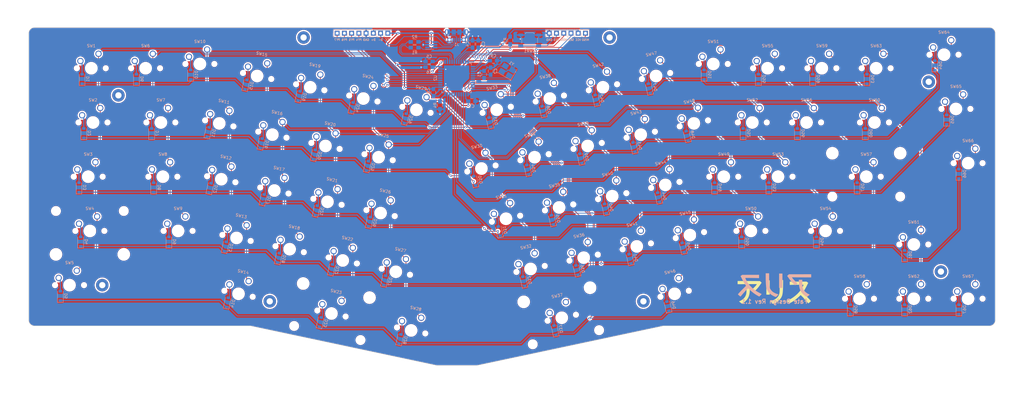
<source format=kicad_pcb>
(kicad_pcb (version 20221018) (generator pcbnew)
  (title_block (rev "1.1"))
  (layers (0 "F.Cu" signal) (31 "B.Cu" signal) (34 "B.Paste" user) (35 "F.Paste" user) (36 "B.SilkS" user "B.Silkscreen") (37 "F.SilkS" user "F.Silkscreen") (38 "B.Mask" user) (39 "F.Mask" user) (44 "Edge.Cuts" user))
  (net 0 "")
  (net 1 "GND")
  (net 2 "XTAL1")
  (net 3 "XTAL2")
  (net 4 "VCC")
  (net 5 "Net-(C4-Pad1)")
  (net 6 "Net-(D1-Pad2)")
  (net 7 "/row0")
  (net 8 "/row1")
  (net 9 "Net-(D2-Pad2)")
  (net 10 "Net-(D3-Pad2)")
  (net 11 "/row2")
  (net 12 "/row3")
  (net 13 "Net-(D4-Pad2)")
  (net 14 "Net-(D5-Pad2)")
  (net 15 "/row4")
  (net 16 "Net-(D6-Pad2)")
  (net 17 "Net-(D7-Pad2)")
  (net 18 "Net-(D8-Pad2)")
  (net 19 "Net-(D9-Pad2)")
  (net 20 "Net-(D10-Pad2)")
  (net 21 "Net-(D11-Pad2)")
  (net 22 "Net-(D12-Pad2)")
  (net 23 "Net-(D13-Pad2)")
  (net 24 "Net-(D14-Pad2)")
  (net 25 "Net-(D15-Pad2)")
  (net 26 "Net-(D16-Pad2)")
  (net 27 "Net-(D17-Pad2)")
  (net 28 "Net-(D18-Pad2)")
  (net 29 "Net-(D19-Pad2)")
  (net 30 "Net-(D20-Pad2)")
  (net 31 "Net-(D21-Pad2)")
  (net 32 "Net-(D22-Pad2)")
  (net 33 "Net-(D23-Pad2)")
  (net 34 "Net-(D24-Pad2)")
  (net 35 "Net-(D25-Pad2)")
  (net 36 "Net-(D26-Pad2)")
  (net 37 "Net-(D27-Pad2)")
  (net 38 "Net-(D28-Pad2)")
  (net 39 "Net-(D29-Pad2)")
  (net 40 "Net-(D30-Pad2)")
  (net 41 "Net-(D31-Pad2)")
  (net 42 "Net-(D32-Pad2)")
  (net 43 "Net-(D33-Pad2)")
  (net 44 "Net-(D34-Pad2)")
  (net 45 "Net-(D35-Pad2)")
  (net 46 "Net-(D36-Pad2)")
  (net 47 "Net-(D37-Pad2)")
  (net 48 "Net-(D38-Pad2)")
  (net 49 "Net-(D39-Pad2)")
  (net 50 "Net-(D40-Pad2)")
  (net 51 "Net-(D41-Pad2)")
  (net 52 "Net-(D42-Pad2)")
  (net 53 "Net-(D43-Pad2)")
  (net 54 "Net-(D44-Pad2)")
  (net 55 "Net-(D45-Pad2)")
  (net 56 "Net-(D46-Pad2)")
  (net 57 "Net-(D47-Pad2)")
  (net 58 "Net-(D48-Pad2)")
  (net 59 "Net-(D49-Pad2)")
  (net 60 "Net-(D50-Pad2)")
  (net 61 "Net-(D51-Pad2)")
  (net 62 "Net-(D52-Pad2)")
  (net 63 "Net-(D53-Pad2)")
  (net 64 "Net-(D54-Pad2)")
  (net 65 "Net-(D55-Pad2)")
  (net 66 "Net-(D56-Pad2)")
  (net 67 "Net-(D57-Pad2)")
  (net 68 "Net-(D58-Pad2)")
  (net 69 "Net-(D59-Pad2)")
  (net 70 "Net-(D60-Pad2)")
  (net 71 "Net-(D61-Pad2)")
  (net 72 "Net-(D62-Pad2)")
  (net 73 "Net-(D63-Pad2)")
  (net 74 "Net-(D64-Pad2)")
  (net 75 "Net-(D65-Pad2)")
  (net 76 "Net-(D66-Pad2)")
  (net 77 "Net-(D67-Pad2)")
  (net 78 "Net-(J1-Pad3)")
  (net 79 "Net-(J1-Pad4)")
  (net 80 "Net-(J1-Pad2)")
  (net 81 "/MISO")
  (net 82 "/SCK")
  (net 83 "/MOSI")
  (net 84 "/~{RES}")
  (net 85 "/PF4")
  (net 86 "/PF5")
  (net 87 "/PF6")
  (net 88 "/PF7")
  (net 89 "D+")
  (net 90 "D-")
  (net 91 "Net-(R4-Pad1)")
  (net 92 "/col0")
  (net 93 "/col1")
  (net 94 "/col2")
  (net 95 "/col3")
  (net 96 "/col4")
  (net 97 "/col5")
  (net 98 "/col6")
  (net 99 "/col8")
  (net 100 "/col9")
  (net 101 "/col10")
  (net 102 "/col11")
  (net 103 "/col12")
  (net 104 "/col13")
  (net 105 "Net-(U1-Pad3)")
  (net 106 "Net-(U1-Pad1)")
  (net 107 "Net-(U2-Pad42)")
  (footprint "MX_Switch:SW_Cherry_MX_1.00u_PCB" (layer "F.Cu") (at 122.880938 74.341971 -12)
    (fp_text reference "SW21")
    (fp_text value "SW_Push")
  )
  (footprint "MX_Switch:SW_Cherry_MX_1.00u_PCB" (layer "F.Cu") (at 109.60331 90.995312 -12)
    (fp_text reference "SW18")
    (fp_text value "SW_Push")
  )
  (footprint "MX_Switch:SW_Cherry_MX_1.00u_PCB" (layer "F.Cu") (at 141.514648 78.302698 -12)
    (fp_text reference "SW26")
    (fp_text value "SW_Push")
  )
  (footprint "MX_Switch:SW_Cherry_MX_1.00u_PCB" (layer "F.Cu") (at 227.441088 93.965196 12)
    (fp_text reference "SW41")
    (fp_text value "SW_Push")
  )
  (footprint "MX_Switch:SW_Cherry_MX_1.00u_PCB" (layer "F.Cu") (at 178.29165 45.985428 12)
    (fp_text reference "SW33")
    (fp_text value "SW_Push")
  )
  (footprint "MX_Switch:SW_Cherry_MX_1.00u_PCB" (layer "F.Cu") (at 196.925362 42.02471 12)
    (fp_text reference "SW38")
    (fp_text value "SW_Push")
  )
  (footprint "MX_Switch:SW_Cherry_MX_1.00u_PCB" (layer "F.Cu") (at 200.188255 80.282361 12)
    (fp_text reference "SW35")
    (fp_text value "SW_Push")
  )
  (footprint "MX_Switch:SW_Cherry_MX_2.00u_PCB_ReversedStabilizers" (layer "F.Cu") (at 114.959436 111.609368 -12)
    (fp_text reference "SW23")
    (fp_text value "SW_Push")
  )
  (footprint "MX_Switch:SW_Cherry_MX_1.00u_PCB" (layer "F.Cu") (at 140.816981 58.678804 -12)
    (fp_text reference "SW25")
    (fp_text value "SW_Push")
  )
  (footprint "MX_Switch:SW_Cherry_MX_1.00u_PCB" (layer "F.Cu") (at 278.775 67.295)
    (fp_text reference "SW53")
    (fp_text value "SW_Push")
  )
  (footprint "MX_Switch:SW_Cherry_MX_1.00u_PCB" (layer "F.Cu") (at 190.173665 101.886631 12)
    (fp_text reference "SW32")
    (fp_text value "SW_Push")
  )
  (footprint "MX_Switch:SW_Cherry_MX_1.00u_PCB" (layer "F.Cu") (at 269.735 48.245)
    (fp_text reference "SW52")
    (fp_text value "SW_Push")
  )
  (footprint "MX_Switch:SW_Cherry_MX_1.00u_PCB" (layer "F.Cu") (at 256.045 27.694615)
    (fp_text reference "SW51")
    (fp_text value "SW_Push")
  )
  (footprint "MX_Switch:SW_Cherry_MX_1.00u_PCB" (layer "F.Cu") (at 152.226866 119.530795 -12)
    (fp_text reference "SW28")
    (fp_text value "SW_Push")
  )
  (footprint "MX_Switch:SW_Cherry_MX_1.00u_PCB" (layer "F.Cu") (at 218.821967 76.321644 12)
    (fp_text reference "SW40")
    (fp_text value "SW_Push")
  )
  (footprint "MX_Switch:SW_Cherry_MX_1.00u_PCB" (layer "F.Cu") (at 122.183271 54.718077 -12)
    (fp_text reference "SW20")
    (fp_text value "SW_Push")
  )
  (footprint "MX_Switch:SW_Cherry_MX_1.00u_PCB" (layer "F.Cu") (at 116.82722 34.103999 -12)
    (fp_text reference "SW19")
    (fp_text value "SW_Push")
  )
  (footprint "MX_Switch:SW_Cherry_MX_1.00u_PCB" (layer "F.Cu") (at 269.250019 86.344998)
    (fp_text reference "SW50")
    (fp_text value "SW_Push")
  )
  (footprint "MX_Switch:SW_Cherry_MX_1.00u_PCB" (layer "F.Cu") (at 172.935423 66.599527 12)
    (fp_text reference "SW30")
    (fp_text value "SW_Push")
  )
  (footprint "MX_Switch:SW_Cherry_MX_1.50u_PCB" (layer "F.Cu") (at 236.060259 111.608708 12)
    (fp_text reference "SW46")
    (fp_text value "SW_Push")
  )
  (footprint "MX_Switch:SW_Cherry_MX_1.00u_PCB" (layer "F.Cu") (at 228.836558 54.717374 12)
    (fp_text reference "SW43")
    (fp_text value "SW_Push")
  )
  (footprint "MX_Switch:SW_Cherry_MX_1.00u_PCB" (layer "F.Cu") (at 259.725 67.295)
    (fp_text reference "SW49")
    (fp_text value "SW_Push")
  )
  (footprint "MX_Switch:SW_Cherry_MX_1.00u_PCB" (layer "F.Cu") (at 191.569134 62.638809 12)
    (fp_text reference "SW34")
    (fp_text value "SW_Push")
  )
  (footprint "MX_Switch:SW_Cherry_MX_1.00u_PCB" (layer "F.Cu") (at 247.47027 50.756656 12)
    (fp_text reference "SW48")
    (fp_text value "SW_Push")
  )
  (footprint "MX_Switch:SW_Cherry_MX_1.00u_PCB" (layer "F.Cu") (at 234.192785 34.103275 12)
    (fp_text reference "SW47")
    (fp_text value "SW_Push")
  )
  (footprint "MX_Switch:SW_Cherry_MX_1.00u_PCB" (layer "F.Cu") (at 246.0748 90.004478 12)
    (fp_text reference "SW45")
    (fp_text value "SW_Push")
  )
  (footprint "MX_Switch:SW_Cherry_MX_1.00u_PCB" (layer "F.Cu") (at 237.455679 72.360926 12)
    (fp_text reference "SW44")
    (fp_text value "SW_Push")
  )
  (footprint "MX_Switch:SW_Cherry_MX_1.00u_PCB" (layer "F.Cu") (at 135.460932 38.064717 -12)
    (fp_text reference "SW24")
    (fp_text value "SW_Push")
  )
  (footprint "MX_Switch:SW_Cherry_MX_1.00u_PCB" (layer "F.Cu") (at 128.237019 94.956039 -12)
    (fp_text reference "SW22")
    (fp_text value "SW_Push")
  )
  (footprint "MX_Switch:SW_Cherry_MX_1.00u_PCB" (layer "F.Cu") (at 215.559074 38.063993 12)
    (fp_text reference "SW42")
    (fp_text value "SW_Push")
  )
  (footprint "MX_Switch:SW_Cherry_MX_1.00u_PCB" (layer "F.Cu") (at 210.202846 58.678092 12)
    (fp_text reference "SW39")
    (fp_text value "SW_Push")
  )
  (footprint "MX_Switch:SW_Cherry_MX_1.00u_PCB" (layer "F.Cu") (at 181.554544 84.243079 12)
    (fp_text reference "SW31")
    (fp_text value "SW_Push")
  )
  (footprint "MX_Switch:SW_Cherry_MX_1.00u_PCB" (layer "F.Cu") (at 146.870729 98.916766 -12)
    (fp_text reference "SW27")
    (fp_text value "SW_Push")
  )
  (footprint "MX_Switch:SW_Cherry_MX_1.00u_PCB" (layer "F.Cu") (at 208.807377 97.925913 12)
    (fp_text reference "SW36")
    (fp_text value "SW_Push")
  )
  (footprint "MX_Switch:SW_Cherry_MX_1.00u_PCB" (layer "F.Cu") (at 154.094644 42.025434 -12)
    (fp_text reference "SW29")
    (fp_text value "SW_Push")
  )
  (footprint "MX_Switch:SW_Cherry_MX_1.00u_PCB" (layer "F.Cu") (at 85.613518 66.420517 -12)
    (fp_text reference "SW12")
    (fp_text value "SW_Push")
  )
  (footprint "MX_Switch:SW_Cherry_MX_1.00u_PCB" (layer "F.Cu") (at 84.915851 46.796624 -12)
    (fp_text reference "SW11")
    (fp_text value "SW_Push")
  )
  (footprint "MX_Switch:SW_Cherry_MX_1.00u_PCB" (layer "F.Cu") (at 75.915 27.694615)
    (fp_text reference "SW10")
    (fp_text value "SW_Push")
  )
  (footprint "MX_Switch:SW_Cherry_MX_1.00u_PCB" (layer "F.Cu") (at 62.225 48.245)
    (fp_text reference "SW7")
    (fp_text value "SW_Push")
  )
  (footprint "MX_Switch:SW_Cherry_MX_1.50u_PCB" (layer "F.Cu") (at 25.4225 105.395)
    (fp_text reference "SW5")
    (fp_text value "SW_Push")
  )
  (footprint "MX_Switch:SW_Cherry_MX_1.00u_PCB" (layer "F.Cu") (at 37.815 29.195)
    (fp_text reference "SW1")
    (fp_text value "SW_Push")
  )
  (footprint "MX_Switch:SW_Cherry_MX_1.00u_PCB" (layer "F.Cu") (at 62.925 67.295)
    (fp_text reference "SW8")
    (fp_text value "SW_Push")
  )
  (footprint "MX_Switch:SW_Cherry_MX_1.75u_PCB" (layer "F.Cu") (at 29.5875 67.295)
    (fp_text reference "SW3")
    (fp_text value "SW_Push")
  )
  (footprint "MX_Switch:SW_Cherry_MX_1.00u_PCB" (layer "F.Cu") (at 56.865 29.195)
    (fp_text reference "SW6")
    (fp_text value "SW_Push")
  )
  (footprint "MX_Switch:SW_Cherry_MX_1.00u_PCB" (layer "F.Cu") (at 104.247228 70.381244 -12)
    (fp_text reference "SW17")
    (fp_text value "SW_Push")
  )
  (footprint "MX_Switch:SW_Cherry_MX_1.00u_PCB" (layer "F.Cu") (at 103.549561 50.75735 -12)
    (fp_text reference "SW16")
    (fp_text value "SW_Push")
  )
  (footprint "MX_Switch:SW_Cherry_MX_1.50u_PCB" (layer "F.Cu") (at 87.008873 105.668295 -12)
    (fp_text reference "SW14")
    (fp_text value "SW_Push")
  )
  (footprint "MX_Switch:SW_Cherry_MX_1.00u_PCB" (layer "F.Cu") (at 68.275 86.345)
    (fp_text reference "SW9")
    (fp_text value "SW_Push")
  )
  (footprint "MX_Switch:SW_Cherry_MX_1.50u_PCB" (layer "F.Cu") (at 33.6525 48.245)
    (fp_text reference "SW2")
    (fp_text value "SW_Push")
  )
  (footprint "MX_Switch:SW_Cherry_MX_1.00u_PCB" (layer "F.Cu") (at 90.9696 87.034586 -12)
    (fp_text reference "SW13")
    (fp_text value "SW_Push")
  )
  (footprint "MX_Switch:SW_Cherry_MX_1.00u_PCB" (layer "F.Cu") (at 341.18 43.482516)
    (fp_text reference "SW65")
    (fp_text value "SW_Push")
  )
  (footprint "MX_Switch:SW_Cherry_MX_1.00u_PCB" (layer "F.Cu") (at 288.785 48.245)
    (fp_text reference "SW56")
    (fp_text value "SW_Push")
  )
  (footprint "MX_Switch:SW_Cherry_MX_1.00u_PCB" (layer "F.Cu") (at 345.449949 62.532519)
    (fp_text reference "SW66")
    (fp_text value "SW_Push")
  )
  (footprint "MX_Switch:SW_Cherry_MX_2.25u_PCB_ReversedStabilizers" (layer "F.Cu") (at 297.825 67.295)
    (fp_text reference "SW57")
    (fp_text value "SW_Push")
  )
  (footprint "MX_Switch:SW_Cherry_MX_1.00u_PCB" (layer "F.Cu") (at 313.195 29.195)
    (fp_text reference "SW63")
    (fp_text value "SW_Push")
  )
  (footprint "MX_Switch:SW_Cherry_MX_1.00u_PCB" (layer "F.Cu") (at 345.449949 110.157503)
    (fp_text reference "SW67")
    (fp_text value "SW_Push")
  )
  (footprint "MX_Switch:SW_Cherry_MX_1.00u_PCB" (layer "F.Cu") (at 337.007542 24.432509)
    (fp_text reference "SW64")
    (fp_text value "SW_Push")
  )
  (footprint "MX_Switch:SW_Cherry_MX_1.50u_PCB" (layer "F.Cu") (at 307.8425 48.245)
    (fp_text reference "SW60")
    (fp_text value "SW_Push")
  )
  (footprint "MX_Switch:SW_Cherry_MX_1.00u_PCB" (layer "F.Cu") (at 275.095 29.195)
    (fp_text reference "SW55")
    (fp_text value "SW_Push")
  )
  (footprint "MX_Switch:SW_Cherry_MX_1.75u_PCB" (layer "F.Cu") (at 288.300019 86.344998)
    (fp_text reference "SW54")
    (fp_text value "SW_Push")
  )
  (footprint "MX_Switch:SW_Cherry_MX_1.00u_PCB" (layer "F.Cu") (at 294.145 29.195)
    (fp_text reference "SW59")
    (fp_text value "SW_Push")
  )
  (footprint "MX_Switch:SW_Cherry_MX_1.00u_PCB" (layer "F.Cu") (at 307.349949 110.157503)
    (fp_text reference "SW58")
    (fp_text value "SW_Push")
  )
  (footprint "MX_Switch:SW_Cherry_MX_1.00u_PCB" (layer "F.Cu") (at 326.399949 91.107503)
    (fp_text reference "SW61")
    (fp_text value "SW_Push")
  )
  (footprint "MX_Switch:SW_Cherry_MX_1.00u_PCB" (layer "F.Cu") (at 326.399949 110.157503)
    (fp_text reference "SW62")
    (fp_text value "SW_Push")
  )
  (footprint "MX_Switch:SW_Cherry_MX_2.25u_PCB" (layer "F.Cu") (at 25.4125 86.345)
    (fp_text reference "SW4")
    (fp_text value "SW_Push")
  )
  (footprint "MX_Switch:SW_Cherry_MX_1.00u_PCB" (layer "F.Cu") (at 98.193509 30.143281 -12)
    (fp_text reference "SW15")
    (fp_text value "SW_Push")
  )
  (footprint "MX_Switch:SW_Cherry_MX_2.75u_PCB_ReversedStabilizers" (layer "F.Cu") (at 184.817553 122.500669 12)
    (fp_text reference "SW37")
    (fp_text value "SW_Push")
  )
  (footprint "arisu:arisu-logo" (layer "F.Cu") (at 287.02 117.301251)
    (fp_text reference "G***" hide)
    (fp_text value "LOGO" hide)
  )
  (footprint "Mounting_Holes:MountingHole_2.2mm_M2_Pad" (layer "F.Cu") (at 51.1975 114.92)
    (fp_text reference "H2")
    (fp_text value "MountingHole")
  )
  (footprint "Mounting_Holes:MountingHole_2.2mm_M2_Pad" (layer "F.Cu") (at 121.82722 27.932509)
    (fp_text reference "H3")
    (fp_text value "MountingHole")
  )
  (footprint "Mounting_Holes:MountingHole_2.2mm_M2_Pad" (layer "F.Cu") (at 229.192785 27.932509)
    (fp_text reference "H5")
    (fp_text value "MountingHole")
  )
  (footprint "Mounting_Holes:MountingHole_2.2mm_M2_Pad" (layer "F.Cu") (at 241.060266 120.60872)
    (fp_text reference "H6")
    (fp_text value "MountingHole")
  )
  (footprint "Mounting_Holes:MountingHole_2.2mm_M2_Pad" (layer "F.Cu") (at 341.18 43.482516)
    (fp_text reference "H7")
    (fp_text value "MountingHole")
  )
  (footprint "Mounting_Holes:MountingHole_2.2mm_M2_Pad" (layer "F.Cu") (at 345.449949 110.157503)
    (fp_text reference "H8")
    (fp_text value "MountingHole")
  )
  (footprint "Mounting_Holes:MountingHole_2.2mm_M2_Pad" (layer "F.Cu") (at 56.865 48.245)
    (fp_text reference "H1" hide)
    (fp_text value "MountingHole")
  )
  (footprint "Mounting_Holes:MountingHole_2.2mm_M2_Pad" (layer "F.Cu") (at 109.959436 120.609368)
    (fp_text reference "H4")
    (fp_text value "MountingHole")
  )
  (footprint "Diodes_SMD:D_SOD-123" (layer "B.Cu") (at 36.485 118.695 90)
    (fp_text reference "D5")
    (fp_text value "D")
  )
  (footprint "Diodes_SMD:D_SOD-123" (layer "B.Cu") (at 43.03125 80.595 90)
    (fp_text reference "D3")
    (fp_text value "D")
  )
  (footprint "Diodes_SMD:D_SOD-123" (layer "B.Cu") (at 44.715 61.545 90)
    (fp_text reference "D2")
    (fp_text value "D")
  )
  (footprint "Capacitors_SMD:C_0805_HandSoldering" (layer "B.Cu") (at 183.134 30.226 90)
    (fp_text reference "C3")
    (fp_text value "10uF")
  )
  (footprint "Capacitors_SMD:C_0805_HandSoldering" (layer "B.Cu") (at 180.848 50.292)
    (fp_text reference "C7")
    (fp_text value "0.1uF")
  )
  (footprint "Diodes_SMD:D_SOD-123" (layer "B.Cu") (at 63.165 42.495 90)
    (fp_text reference "D6")
    (fp_text value "D")
  )
  (footprint "Capacitors_SMD:C_0805_HandSoldering" (layer "B.Cu") (at 167.386 47.244 90)
    (fp_text reference "C8")
    (fp_text value "0.1uF")
  )
  (footprint "Diodes_SMD:D_SOD-123" (layer "B.Cu") (at 69.225 80.595 90)
    (fp_text reference "D8")
    (fp_text value "D")
  )
  (footprint "Diodes_SMD:D_SOD-123" (layer "B.Cu") (at 68.525 61.545 90)
    (fp_text reference "D7")
    (fp_text value "D")
  )
  (footprint "Diodes_SMD:D_SOD-123" (layer "B.Cu") (at 43.61875 99.645 90)
    (fp_text reference "D4")
    (fp_text value "D")
  )
  (footprint "Capacitors_SMD:C_0805_HandSoldering" (layer "B.Cu") (at 165.882 38.354 180)
    (fp_text reference "C6")
    (fp_text value "0.1uF")
  )
  (footprint "Capacitors_SMD:C_0805_HandSoldering" (layer "B.Cu") (at 181.102 30.226 90)
    (fp_text reference "C4")
    (fp_text value "1uF (±10%)")
  )
  (footprint "Diodes_SMD:D_SOD-123" (layer "B.Cu") (at 120.22722 48.423999 78)
    (fp_text reference "D19")
    (fp_text value "D")
  )
  (footprint "Diodes_SMD:D_SOD-123" (layer "B.Cu") (at 127.676293 127.909749 78)
    (fp_text reference "D23")
    (fp_text value "D")
  )
  (footprint "Diodes_SMD:D_SOD-123" (layer "B.Cu") (at 131.637019 109.276039 78)
    (fp_text reference "D22")
    (fp_text value "D")
  )
  (footprint "Diodes_SMD:D_SOD-123" (layer "B.Cu") (at 88.315851 61.116624 78)
    (fp_text reference "D11")
    (fp_text value "D")
  )
  (footprint "Diodes_SMD:D_SOD-123" (layer "B.Cu") (at 82.215 40.994615 90)
    (fp_text reference "D10")
    (fp_text value "D")
  )
  (footprint "Diodes_SMD:D_SOD-123" (layer "B.Cu") (at 150.270729 113.236766 78)
    (fp_text reference "D27")
    (fp_text value "D")
  )
  (footprint "Diodes_SMD:D_SOD-123" (layer "B.Cu") (at 125.583271 69.038077 78)
    (fp_text reference "D20")
    (fp_text value "D")
  )
  (footprint "Diodes_SMD:D_SOD-123" (layer "B.Cu") (at 94.3696 101.354586 78)
    (fp_text reference "D13")
    (fp_text value "D")
  )
  (footprint "Diodes_SMD:D_SOD-123" (layer "B.Cu") (at 107.647228 84.701244 78)
    (fp_text reference "D17")
    (fp_text value "D")
  )
  (footprint "Diodes_SMD:D_SOD-123" (layer "B.Cu") (at 95.067301 120.978474 78)
    (fp_text reference "D14")
    (fp_text value "D")
  )
  (footprint "Diodes_SMD:D_SOD-123" (layer "B.Cu") (at 144.216981 72.998804 78)
    (fp_text reference "D25")
    (fp_text value "D")
  )
  (footprint "Diodes_SMD:D_SOD-123" (layer "B.Cu") (at 89.013518 80.740517 78)
    (fp_text reference "D12")
    (fp_text value "D")
  )
  (footprint "Diodes_SMD:D_SOD-123" (layer "B.Cu") (at 138.860932 52.384717 78)
    (fp_text reference "D24")
    (fp_text value "D")
  )
  (footprint "Diodes_SMD:D_SOD-123" (layer "B.Cu") (at 126.280938 88.661971 78)
    (fp_text reference "D21")
    (fp_text value "D")
  )
  (footprint "Diodes_SMD:D_SOD-123" (layer "B.Cu") (at 106.949561 65.07735 78)
    (fp_text reference "D16")
    (fp_text value "D")
  )
  (footprint "Diodes_SMD:D_SOD-123" (layer "B.Cu") (at 113.00331 105.315312 78)
    (fp_text reference "D18")
    (fp_text value "D")
  )
  (footprint "Diodes_SMD:D_SOD-123" (layer "B.Cu") (at 144.914648 92.622698 78)
    (fp_text reference "D26")
    (fp_text value "D")
  )
  (footprint "Diodes_SMD:D_SOD-123" (layer "B.Cu") (at 332.699949 104.407503 90)
    (fp_text reference "D61")
    (fp_text value "D")
  )
  (footprint "Diodes_SMD:D_SOD-123" (layer "B.Cu") (at 281.395 42.495 90)
    (fp_text reference "D55")
    (fp_text value "D")
  )
  (footprint "Diodes_SMD:D_SOD-123" (layer "B.Cu") (at 237.764558 66.417374 102)
    (fp_text reference "D43")
    (fp_text value "D")
  )
  (footprint "Diodes_SMD:D_SOD-123" (layer "B.Cu") (at 301.743769 99.644998 90)
    (fp_text reference "D54")
    (fp_text value "D")
  )
  (footprint "Diodes_SMD:D_SOD-123" (layer "B.Cu") (at 276.035 61.545 90)
    (fp_text reference "D52")
    (fp_text value "D")
  )
  (footprint "Diodes_SMD:D_SOD-123" (layer "B.Cu") (at 262.345 40.994615 90)
    (fp_text reference "D51")
    (fp_text value "D")
  )
  (footprint "Diodes_SMD:D_SOD-123" (layer "B.Cu") (at 190.482544 95.943079 102)
    (fp_text reference "D31")
    (fp_text value "D")
  )
  (footprint "Diodes_SMD:D_SOD-123" (layer "B.Cu") (at 249.646702 122.318526 102)
    (fp_text reference "D46")
    (fp_text value "D")
  )
  (footprint "Diodes_SMD:D_SOD-123" (layer "B.Cu") (at 227.749967 88.021644 102)
    (fp_text reference "D40")
    (fp_text value "D")
  )
  (footprint "Diodes_SMD:D_SOD-123" (layer "B.Cu") (at 155.626866 133.850795 78)
    (fp_text reference "D28")
    (fp_text value "D")
  )
  (footprint "Diodes_SMD:D_SOD-123" (layer "B.Cu") (at 243.120785 45.803275 102)
    (fp_text reference "D47")
    (fp_text value "D")
  )
  (footprint "Diodes_SMD:D_SOD-123" (layer "B.Cu") (at 157.494644 56.345434 78)
    (fp_text reference "D29")
    (fp_text value "D")
  )
  (footprint "Diodes_SMD:D_SOD-123" (layer "B.Cu") (at 246.383679 84.060926 102)
    (fp_text reference "D44")
    (fp_text value "D")
  )
  (footprint "Diodes_SMD:D_SOD-123" (layer "B.Cu") (at 181.863423 78.299527 102)
    (fp_text reference "D30")
    (fp_text value "D")
  )
  (footprint "Diodes_SMD:D_SOD-123" (layer "B.Cu") (at 318.905 61.545 90)
    (fp_text reference "D60")
    (fp_text value "D")
  )
  (footprint "Diodes_SMD:D_SOD-123" (layer "B.Cu") (at 300.445 42.495 90)
    (fp_text reference "D59")
    (fp_text value "D")
  )
  (footprint "Diodes_SMD:D_SOD-123" (layer "B.Cu") (at 295.085 61.545 90)
    (fp_text reference "D56")
    (fp_text value "D")
  )
  (footprint "Diodes_SMD:D_SOD-123" (layer "B.Cu") (at 200.497134 74.338809 102)
    (fp_text reference "D34")
    (fp_text value "D")
  )
  (footprint "Diodes_SMD:D_SOD-123" (layer "B.Cu") (at 219.130846 70.378092 102)
    (fp_text reference "D39")
    (fp_text value "D")
  )
  (footprint "Diodes_SMD:D_SOD-123" (layer "B.Cu") (at 187.21965 57.685428 102)
    (fp_text reference "D33")
    (fp_text value "D")
  )
  (footprint "Diodes_SMD:D_SOD-123" (layer "B.Cu") (at 313.649949 123.457503 90)
    (fp_text reference "D58")
    (fp_text value "D")
  )
  (footprint "Diodes_SMD:D_SOD-123" (layer "B.Cu") (at 316.03125 80.595 90)
    (fp_text reference "D57")
    (fp_text value "D")
  )
  (footprint "Diodes_SMD:D_SOD-123" (layer "B.Cu") (at 236.369088 105.665196 102)
    (fp_text reference "D41")
    (fp_text value "D")
  )
  (footprint "Diodes_SMD:D_SOD-123" (layer "B.Cu") (at 285.075 80.595 90)
    (fp_text reference "D53")
    (fp_text value "D")
  )
  (footprint "Diodes_SMD:D_SOD-123" (layer "B.Cu") (at 256.39827 62.456656 102)
    (fp_text reference "D48")
    (fp_text value "D")
  )
  (footprint "Diodes_SMD:D_SOD-123" (layer "B.Cu") (at 210.050066 130.735038 102)
    (fp_text reference "D37")
    (fp_text value "D")
  )
  (footprint "Diodes_SMD:D_SOD-123" (layer "B.Cu") (at 205.853362 53.72471 102)
    (fp_text reference "D38")
    (fp_text value "D")
  )
  (footprint "Diodes_SMD:D_SOD-123" (layer "B.Cu") (at 266.025 80.595 90)
    (fp_text reference "D49")
    (fp_text value "D")
  )
  (footprint "Diodes_SMD:D_SOD-123" (layer "B.Cu") (at 224.487074 49.763993 102)
    (fp_text reference "D42")
    (fp_text value "D")
  )
  (footprint "Diodes_SMD:D_SOD-123" (layer "B.Cu") (at 209.116255 91.982361 102)
    (fp_text reference "D35")
    (fp_text value "D")
  )
  (footprint "Diodes_SMD:D_SOD-123" (layer "B.Cu") (at 217.735377 109.625913 102)
    (fp_text reference "D36")
    (fp_text value "D")
  )
  (footprint "Diodes_SMD:D_SOD-123" (layer "B.Cu") (at 319.495 42.495 90)
    (fp_text reference "D63")
    (fp_text value "D")
  )
  (footprint "Diodes_SMD:D_SOD-123" (layer "B.Cu") (at 275.550019 99.644998 90)
    (fp_text reference "D50")
    (fp_text value "D")
  )
  (footprint "Diodes_SMD:D_SOD-123" (layer "B.Cu") (at 332.699949 123.457503 90)
    (fp_text reference "D62")
    (fp_text value "D")
  )
  (footprint "Diodes_SMD:D_SOD-123" (layer "B.Cu") (at 347.48 56.782516 90)
    (fp_text reference "D65")
    (fp_text value "D")
  )
  (footprint "Pin_Headers:Pin_Header_Straight_1x01_Pitch2.54mm" (layer "B.Cu") (at 220.726 26.416)
    (fp_text reference "MISO")
    (fp_text value "MISO")
  )
  (footprint "Pin_Headers:Pin_Header_Straight_1x01_Pitch2.54mm" (layer "B.Cu") (at 213.106 26.416)
    (fp_text reference "MOSI")
    (fp_text value "MOSI")
  )
  (footprint "Pin_Headers:Pin_Header_Straight_1x01_Pitch2.54mm" (layer "B.Cu") (at 208.026 26.416)
    (fp_text reference "GND")
    (fp_text value "GND")
  )
  (footprint "Diodes_SMD:D_SOD-123" (layer "B.Cu") (at 351.749949 123.457503 90)
    (fp_text reference "D67")
    (fp_text value "D")
  )
  (footprint "Diodes_SMD:D_SOD-123" (layer "B.Cu") (at 343.307542 37.732509 90)
    (fp_text reference "D64")
    (fp_text value "D")
  )
  (footprint "Diodes_SMD:D_SOD-123" (layer "B.Cu") (at 351.749949 75.832519 90)
    (fp_text reference "D66")
    (fp_text value "D")
  )
  (footprint "Resistors_SMD:R_0805_HandSoldering" (layer "B.Cu") (at 169.672 51.736 -90)
    (fp_text reference "R4")
    (fp_text value "10K")
  )
  (footprint "Pin_Headers:Pin_Header_Straight_1x01_Pitch2.54mm" (layer "B.Cu") (at 218.186 26.416)
    (fp_text reference "VCC")
    (fp_text value "VCC")
  )
  (footprint "Buttons_Switches_SMD:SW_SPST_TL3342" (layer "B.Cu") (at 201.168 28.956 180)
    (fp_text reference "SWR1")
    (fp_text value "SW_Push")
  )
  (footprint "Diodes_SMD:D_SOD-123" (layer "B.Cu") (at 101.593509 44.463281 78)
    (fp_text reference "D15")
    (fp_text value "D")
  )
  (footprint "Housings_QFP:TQFP-44_10x10mm_Pitch0.8mm" (layer "B.Cu") (at 175.514 42.164 -90)
    (fp_text reference "U2")
    (fp_text value "ATmega32U4-AU")
  )
  (footprint "Capacitors_SMD:C_0805_HandSoldering" (layer "B.Cu") (at 185.166 40.894 -90)
    (fp_text reference "C1")
    (fp_text value "22pF")
  )
  (footprint "Pin_Headers:Pin_Header_Straight_1x01_Pitch2.54mm" (layer "B.Cu") (at 210.566 26.416)
    (fp_text reference "RES")
    (fp_text value "RES")
  )
  (footprint "Connectors_USB:USB_Micro-B_Molex-105017-0001" (layer "B.Cu") (at 175.509855 26.358)
    (fp_text reference "J1")
    (fp_text value "USB_B_Micro")
  )
  (footprint "Pin_Headers:Pin_Header_Straight_1x01_Pitch2.54mm" (layer "B.Cu") (at 215.646 26.416)
    (fp_text reference "SCK")
    (fp_text value "SCK")
  )
  (footprint "TO_SOT_Packages_SMD:SOT-23-6_Handsoldering" (layer "B.Cu") (at 166.624 30.48)
    (fp_text reference "U1")
    (fp_text value "USBLC6-2SC6")
  )
  (footprint "Pin_Headers:Pin_Header_Straight_1x01_Pitch2.54mm" (layer "B.Cu") (at 141.224 26.416)
    (fp_text reference "PF4")
    (fp_text value "PF4")
  )
  (footprint "Pin_Headers:Pin_Header_Straight_1x01_Pitch2.54mm" (layer "B.Cu") (at 136.144 26.416)
    (fp_text reference "PF6")
    (fp_text value "PF6")
  )
  (footprint "Pin_Headers:Pin_Header_Straight_1x01_Pitch2.54mm" (layer "B.Cu") (at 133.604 26.416)
    (fp_text reference "PF7")
    (fp_text value "PF7")
  )
  (footprint "Pin_Headers:Pin_Header_Straight_1x01_Pitch2.54mm" (layer "B.Cu") (at 138.684 26.416)
    (fp_text reference "PF5")
    (fp_text value "PF5")
  )
  (footprint "Pin_Headers:Pin_Header_Straight_1x01_Pitch2.54mm" (layer "B.Cu") (at 151.384 26.416)
    (fp_text reference "VCC")
    (fp_text value "VCC")
  )
  (footprint "Pin_Headers:Pin_Header_Straight_1x01_Pitch2.54mm" (layer "B.Cu") (at 146.304 26.416)
    (fp_text reference "D+")
    (fp_text value "D+")
  )
  (footprint "Pin_Headers:Pin_Header_Straight_1x01_Pitch2.54mm" (layer "B.Cu") (at 148.844 26.416)
    (fp_text reference "D-")
    (fp_text value "D-")
  )
  (footprint "Pin_Headers:Pin_Header_Straight_1x01_Pitch2.54mm" (layer "B.Cu") (at 143.764 26.416)
    (fp_text reference "GND")
    (fp_text value "GND")
  )
  (footprint "Capacitors_SMD:C_0805_HandSoldering" (layer "B.Cu") (at 165.882 36.322 180)
    (fp_text reference "C5")
    (fp_text value "1uF")
  )
  (footprint "Resistors_SMD:R_0805_HandSoldering" (layer "B.Cu") (at 194.31 28.956 -90)
    (fp_text reference "R3")
    (fp_text value "10K")
  )
  (footprint "Resistors_SMD:R_0805_HandSoldering" (layer "B.Cu") (at 160.782 29.464)
    (fp_text reference "R2")
    (fp_text value "22")
  )
  (footprint "Diodes_SMD:D_SOD-123" (layer "B.Cu") (at 74.575 99.645 90)
    (fp_text reference "D9")
    (fp_text value "D")
  )
  (footprint "Resistors_SMD:R_0805_HandSoldering" (layer "B.Cu") (at 160.782 31.496)
    (fp_text reference "R1")
    (fp_text value "22")
  )
  (footprint "Diodes_SMD:D_SOD-123" (layer "B.Cu") (at 44.115 42.495 90)
    (fp_text reference "D1")
    (fp_text value "D")
  )
  (footprint "Diodes_SMD:D_SOD-123" (layer "B.Cu") (at 199.101665 113.586631 102)
    (fp_text reference "D32")
    (fp_text value "D")
  )
  (footprint "Diodes_SMD:D_SOD-123" (layer "B.Cu") (at 255.0028 101.704478 102)
    (fp_text reference "D45")
    (fp_text value "D")
  )
  (footprint "Capacitors_SMD:C_0805_HandSoldering" (layer "B.Cu") (at 188.448 36.068)
    (fp_text reference "C9")
    (fp_text value "0.1uF")
  )
  (footprint "Capacitors_SMD:C_0805_HandSoldering" (layer "B.Cu") (at 187.452 39.751 90)
    (fp_text reference "C2")
    (fp_text value "22pF")
  )
  (footprint "Crystals:Crystal_SMD_SeikoEpson_FA238-4pin_3.2x2.5mm_HandSoldering" (layer "B.Cu") (at 193.294 39.624 150)
    (fp_text reference "Y1")
    (fp_text value "Crystal_GND24")
  )
  (footprint "arisu:arisu-logo" (layer "B.Cu") (at 287.02 114.919998 180)
    (fp_text reference "G***" hide)
    (fp_text value "LOGO" hide)
  )
  (gr_line (start 168.6 143.125232) (end 182.63 143.125232) (stroke (width 0.15)) (layer "Edge.Cuts"))
  (gr_line (start 182.63 143.125232) (end 248.11 129.207503) (stroke (width 0.15)) (layer "Edge.Cuts"))
  (gr_arc (start 25.4125 26.432509) (mid 25.998286 25.018295) (end 27.4125 24.432509) (stroke (width 0.15)) (layer "Edge.Cuts"))
  (gr_arc (start 362.499949 24.432509) (mid 363.914163 25.018295) (end 364.499949 26.432509) (stroke (width 0.15)) (layer "Edge.Cuts"))
  (gr_arc (start 364.499949 127.207503) (mid 363.914163 128.621717) (end 362.499949 129.207503) (stroke (width 0.15)) (layer "Edge.Cuts"))
  (gr_line (start 248.11 129.207503) (end 362.499949 129.207503) (stroke (width 0.15)) (layer "Edge.Cuts"))
  (gr_line (start 364.499949 26.432509) (end 364.499949 127.207503) (stroke (width 0.15)) (layer "Edge.Cuts"))
  (gr_line (start 27.4125 24.432509) (end 362.499949 24.432509) (stroke (width 0.15)) (layer "Edge.Cuts"))
  (gr_line (start 25.4125 26.432509) (end 25.4125 127.207503) (stroke (width 0.15)) (layer "Edge.Cuts"))
  (gr_line (start 27.4125 129.207503) (end 103.1267 129.207503) (stroke (width 0.15)) (layer "Edge.Cuts"))
  (gr_line (start 103.1267 129.207503) (end 168.6 143.125232) (stroke (width 0.15)) (layer "Edge.Cuts"))
  (gr_arc (start 27.4125 129.207503) (mid 25.998286 128.621717) (end 25.4125 127.207503) (stroke (width 0.15)) (layer "Edge.Cuts"))
  (gr_text "Fate Design Rev 1.1" (at 287.02 120.65) (layer "B.SilkS") (effects (font (size 1.5 1.5) (thickness 0.3)) (justify mirror)))
  (via (at 163.068 38.354) (size 0.8) (drill 0.4) (layers "F.Cu" "B.Cu") (net 1))
  (via (at 183.642 50.292) (size 0.8) (drill 0.4) (layers "F.Cu" "B.Cu") (net 1))
  (via (at 171.704 44.196) (size 0.8) (drill 0.4) (layers "F.Cu" "B.Cu") (net 1))
  (via (at 197.866 28.448) (size 0.8) (drill 0.4) (layers "F.Cu" "B.Cu") (net 1))
  (via (at 171.704 39.116) (size 0.8) (drill 0.4) (layers "F.Cu" "B.Cu") (net 1))
  (via (at 183.134 40.386) (size 0.8) (drill 0.4) (layers "F.Cu" "B.Cu") (net 1))
  (via (at 169.672 54.864) (size 0.8) (drill 0.4) (layers "F.Cu" "B.Cu") (net 1))
  (via (at 163.83 30.48) (size 0.8) (drill 0.4) (layers "F.Cu" "B.Cu") (net 1))
  (via (at 191.008 34.798) (size 0.8) (drill 0.4) (layers "F.Cu" "B.Cu") (net 1))
  (via (at 183.134 27.432) (size 0.8) (drill 0.4) (layers "F.Cu" "B.Cu") (net 1))
  (via (at 163.068 36.322) (size 0.8) (drill 0.4) (layers "F.Cu" "B.Cu") (net 1))
  (via (at 181.102 27.432) (size 0.8) (drill 0.4) (layers "F.Cu" "B.Cu") (net 1))
  (segment (start 188.452 38.501) (end 189.615 37.338) (width 0.375) (layer "B.Cu") (net 1))
  (segment (start 167.386 45.994) (end 168.016 45.364) (width 0.375) (layer "B.Cu") (net 1))
  (segment (start 165.274 30.48) (end 163.83 30.48) (width 0.375) (layer "B.Cu") (net 1))
  (segment (start 198.018 27.056) (end 204.318 27.056) (width 0.375) (layer "B.Cu") (net 1))
  (segment (start 182.098 50.292) (end 183.642 50.292) (width 0.375) (layer "B.Cu") (net 1))
  (segment (start 180.164 47.864) (end 182.098 49.798) (width 0.375) (layer "B.Cu") (net 1))
  (segment (start 193.097034 36.254439) (end 191.837561 36.254439) (width 0.375) (layer "B.Cu") (net 1))
  (segment (start 191.837561 36.254439) (end 190.754 37.338) (width 0.375) (layer "B.Cu") (net 1))
  (segment (start 176.809855 28.708) (end 178.009855 28.708) (width 0.375) (layer "B.Cu") (net 1))
  (segment (start 186.309 38.501) (end 185.166 39.644) (width 0.375) (layer "B.Cu") (net 1))
  (segment (start 195.099737 39.396372) (end 193.450035 39.396372) (width 0.375) (layer "B.Cu") (net 1))
  (segment (start 176.809855 28.708) (end 176.809855 33.445643) (width 0.375) (layer "B.Cu") (net 1))
  (segment (start 168.016 45.364) (end 169.814 45.364) (width 0.375) (layer "B.Cu") (net 1))
  (segment (start 176.809855 28.708) (end 176.809855 26.308) (width 0.375) (layer "B.Cu") (net 1))
  (segment (start 171.704 44.599) (end 171.704 44.196) (width 0.375) (layer "B.Cu") (net 1))
  (segment (start 164.632 36.322) (end 163.068 36.322) (width 0.375) (layer "B.Cu") (net 1))
  (segment (start 195.099737 38.257142) (end 193.097034 36.254439) (width 0.375) (layer "B.Cu") (net 1))
  (segment (start 174.509855 26.008) (end 172.609855 26.008) (width 0.375) (layer "B.Cu") (net 1))
  (segment (start 170.939 45.364) (end 171.704 44.599) (width 0.375) (layer "B.Cu") (net 1))
  (segment (start 169.814 38.964) (end 171.552 38.964) (width 0.375) (layer "B.Cu") (net 1))
  (segment (start 169.814 45.364) (end 170.939 45.364) (width 0.375) (layer "B.Cu") (net 1))
  (segment (start 182.098 49.798) (end 182.098 50.292) (width 0.375) (layer "B.Cu") (net 1))
  (segment (start 187.452 38.501) (end 188.452 38.501) (width 0.375) (layer "B.Cu") (net 1))
  (segment (start 193.450035 39.396372) (end 192.994779 39.851628) (width 0.375) (layer "B.Cu") (net 1))
  (segment (start 198.018 27.056) (end 198.018 28.296) (width 0.375) (layer "B.Cu") (net 1))
  (segment (start 183.876 39.644) (end 183.134 40.386) (width 0.375) (layer "B.Cu") (net 1))
  (segment (start 164.632 38.354) (end 163.068 38.354) (width 0.375) (layer "B.Cu") (net 1))
  (segment (start 176.809855 33.445643) (end 174.714 35.541498) (width 0.375) (layer "B.Cu") (net 1))
  (segment (start 195.099737 39.396372) (end 195.099737 38.257142) (width 0.375) (layer "B.Cu") (net 1))
  (segment (start 171.552 38.964) (end 171.704 39.116) (width 0.375) (layer "B.Cu") (net 1))
  (segment (start 181.102 28.976) (end 181.102 27.432) (width 0.375) (layer "B.Cu") (net 1))
  (segment (start 185.166 39.644) (end 183.876 39.644) (width 0.375) (layer "B.Cu") (net 1))
  (segment (start 183.134 28.976) (end 183.134 27.432) (width 0.375) (layer "B.Cu") (net 1))
  (segment (start 189.698 36.068) (end 189.738 36.068) (width 0.375) (layer "B.Cu") (net 1))
  (segment (start 179.514 47.864) (end 180.164 47.864) (width 0.375) (layer "B.Cu") (net 1))
  (segment (start 174.509855 26.008) (end 176.509855 26.008) (width 0.375) (layer "B.Cu") (net 1))
  (segment (start 181.214 40.564) (end 182.956 40.564) (width 0.375) (layer "B.Cu") (net 1))
  (segment (start 187.452 38.501) (end 186.309 38.501) (width 0.375) (layer "B.Cu") (net 1))
  (segment (start 198.018 28.296) (end 197.866 28.448) (width 0.375) (layer "B.Cu") (net 1))
  (segment (start 174.714 35.541498) (end 174.714 36.464) (width 0.375) (layer "B.Cu") (net 1))
  (segment (start 192.994779 39.851628) (end 191.488263 39.851628) (width 0.375) (layer "B.Cu") (net 1))
  (segment (start 182.956 40.564) (end 183.134 40.386) (width 0.375) (layer "B.Cu") (net 1))
  (segment (start 176.809855 26.308) (end 176.509855 26.008) (width 0.375) (layer "B.Cu") (net 1))
  (segment (start 189.615 37.338) (end 190.754 37.338) (width 0.375) (layer "B.Cu") (net 1))
  (segment (start 169.672 53.086) (end 169.672 54.864) (width 0.375) (layer "B.Cu") (net 1))
  (segment (start 178.409855 26.008) (end 176.509855 26.008) (width 0.375) (layer "B.Cu") (net 1))
  (segment (start 189.738 36.068) (end 191.008 34.798) (width 0.375) (layer "B.Cu") (net 1))
  (segment (start 181.214 42.164) (end 185.146 42.164) (width 0.25) (layer "B.Cu") (net 2))
  (segment (start 193.157365 42.144) (end 193.999737 41.301628) (width 0.25) (layer "B.Cu") (net 2))
  (segment (start 185.146 42.164) (end 185.166 42.144) (width 0.25) (layer "B.Cu") (net 2))
  (segment (start 185.166 42.144) (end 193.157365 42.144) (width 0.25) (layer "B.Cu") (net 2))
  (segment (start 190.381628 37.946372) (end 192.588263 37.946372) (width 0.25) (layer "B.Cu") (net 3))
  (segment (start 187.452 41.001) (end 187.452 40.876) (width 0.25) (layer "B.Cu") (net 3))
  (segment (start 187.452 40.876) (end 190.381628 37.946372) (width 0.25) (layer "B.Cu") (net 3))
  (segment (start 181.214 41.364) (end 183.985998 41.364) (width 0.25) (layer "B.Cu") (net 3))
  (segment (start 187.452 41.001) (end 186.577 41.001) (width 0.25) (layer "B.Cu") (net 3))
  (segment (start 186.577 41.001) (end 186.47 40.894) (width 0.25) (layer "B.Cu") (net 3))
  (segment (start 183.985998 41.364) (end 184.455998 40.894) (width 0.25) (layer "B.Cu") (net 3))
  (segment (start 186.47 40.894) (end 184.455998 40.894) (width 0.25) (layer "B.Cu") (net 3))
  (segment (start 185.674 36.068) (end 179.428498 36.068) (width 0.375) (layer "F.Cu") (net 4))
  (segment (start 171.704 45.974) (end 173.586498 44.091502) (width 0.375) (layer "F.Cu") (net 4))
  (segment (start 157.226 40.132) (end 157.226 45.466) (width 0.375) (layer "F.Cu") (net 4))
  (segment (start 166.654002 26.446002) (end 166.624 26.416) (width 0.375) (layer "F.Cu") (net 4))
  (segment (start 151.384 29.972) (end 154.94 26.416) (width 0.375) (layer "F.Cu") (net 4))
  (segment (start 154.432 37.338) (end 157.226 40.132) (width 0.375) (layer "F.Cu") (net 4))
  (segment (start 173.586498 41.91) (end 173.586498 44.091502) (width 0.375) (layer "F.Cu") (net 4))
  (segment (start 177.546 51.816) (end 171.704 45.974) (width 0.375) (layer "F.Cu") (net 4))
  (segment (start 151.384 34.29) (end 151.384 29.972) (width 0.375) (layer "F.Cu") (net 4))
  (segment (start 191.77 30.235979) (end 185.260519 30.235979) (width 0.375) (layer "F.Cu") (net 4))
  (segment (start 179.428498 36.068) (end 185.260519 30.235979) (width 0.375) (layer "F.Cu") (net 4))
  (segment (start 166.654002 30.48) (end 166.654002 26.446002) (width 0.375) (layer "F.Cu") (net 4))
  (segment (start 179.578 51.816) (end 177.546 51.816) (width 0.375) (layer "F.Cu") (net 4))
  (segment (start 151.384 34.29) (end 154.432 37.338) (width 0.375) (layer "F.Cu") (net 4))
  (segment (start 173.586498 41.91) (end 179.428498 36.068) (width 0.375) (layer "F.Cu") (net 4))
  (via (at 157.226 45.466) (size 0.8) (drill 0.4) (layers "F.Cu" "B.Cu") (net 4))
  (via (at 154.94 26.416) (size 0.8) (drill 0.4) (layers "F.Cu" "B.Cu") (net 4))
  (via (at 179.578 51.816) (size 0.8) (drill 0.4) (layers "F.Cu" "B.Cu") (net 4))
  (via (at 166.624 26.416) (size 0.8) (drill 0.4) (layers "F.Cu" "B.Cu") (net 4))
  (via (at 154.432 37.338) (size 0.8) (drill 0.4) (layers "F.Cu" "B.Cu") (net 4))
  (via (at 171.704 45.974) (size 0.8) (drill 0.4) (layers "F.Cu" "B.Cu") (net 4))
  (via (at 191.77 30.235979) (size 0.8) (drill 0.4) (layers "F.Cu" "B.Cu") (net 4))
  (via (at 166.654002 30.48) (size 0.8) (drill 0.4) (layers "F.Cu" "B.Cu") (net 4))
  (via (at 185.674 36.068) (size 0.8) (drill 0.4) (layers "F.Cu" "B.Cu") (net 4))
  (segment (start 154.435499 37.334501) (end 154.432 37.338) (width 0.375) (layer "B.Cu") (net 4))
  (segment (start 194.31 27.706) (end 194.31 27.606) (width 0.375) (layer "B.Cu") (net 4))
  (segment (start 165.994499 37.334501) (end 167.007 36.322) (width 0.375) (layer "B.Cu") (net 4))
  (segment (start 179.598 50.292) (end 178.714 49.408) (width 0.375) (layer "B.Cu") (net 4))
  (segment (start 167.007 38.354) (end 167.132 38.354) (width 0.375) (layer "B.Cu") (net 4))
  (segment (start 154.94 26.416) (end 151.384 26.416) (width 0.375) (layer "B.Cu") (net 4))
  (segment (start 187.073 36.068) (end 185.549 37.592) (width 0.375) (layer "B.Cu") (net 4))
  (segment (start 183.134 31.476) (end 183.134 32.601) (width 0.375) (layer "B.Cu") (net 4))
  (segment (start 190.54 31.476) (end 191.77 30.235979) (width 0.375) (layer "B.Cu") (net 4))
  (segment (start 173.543856 29.820501) (end 172.475854 29.820501) (width 0.375) (layer "B.Cu") (net 4))
  (segment (start 182.715 33.02) (end 178.86187 33.02) (width 0.375) (layer "B.Cu") (net 4))
  (segment (start 166.624 26.416) (end 154.94 26.416) (width 0.375) (layer "B.Cu") (net 4))
  (segment (start 169.071353 26.416) (end 166.624 26.416) (width 0.375) (layer "B.Cu") (net 4))
  (segment (start 218.173499 25.178499) (end 218.186 25.191) (width 0.375) (layer "B.Cu") (net 4))
  (segment (start 179.598 51.796) (end 179.578 51.816) (width 0.375) (layer "B.Cu") (net 4))
  (segment (start 194.31 26.481) (end 195.612501 25.178499) (width 0.375) (layer "B.Cu") (net 4))
  (segment (start 194.31 27.606) (end 194.31 26.481) (width 0.375) (layer "B.Cu") (net 4))
  (segment (start 183.134 32.601) (end 182.715 33.02) (width 0.375) (layer "B.Cu") (net 4))
  (segment (start 167.322 38.164) (end 169.814 38.164) (width 0.375) (layer "B.Cu") (net 4))
  (segment (start 168.257 36.322) (end 169.527 35.052) (width 0.375) (layer "B.Cu") (net 4))
  (segment (start 157.226 45.466) (end 164.483 45.466) (width 0.375) (layer "B.Cu") (net 4))
  (segment (start 169.527 35.052) (end 172.027 35.052) (width 0.375) (layer "B.Cu") (net 4))
  (segment (start 191.77 30.235979) (end 194.31 27.706) (width 0.375) (layer "B.Cu") (net 4))
  (segment (start 178.714 49.408) (end 178.714 47.864) (width 0.375) (layer "B.Cu") (net 4))
  (segment (start 165.994499 37.334501) (end 154.435499 37.334501) (width 0.375) (layer "B.Cu") (net 4))
  (segment (start 165.994499 37.341499) (end 167.007 38.354) (width 0.375) (layer "B.Cu") (net 4))
  (segment (start 167.132 36.322) (end 168.257 36.322) (width 0.375) (layer "B.Cu") (net 4))
  (segment (start 178.86187 33.02) (end 176.314 35.56787) (width 0.375) (layer "B.Cu") (net 4))
  (segment (start 167.132 38.354) (end 167.322 38.164) (width 0.375) (layer "B.Cu") (net 4))
  (segment (start 181.214 39.764) (end 182.339 39.764) (width 0.375) (layer "B.Cu") (net 4))
  (segment (start 185.549 37.592) (end 184.511 37.592) (width 0.375) (layer "B.Cu") (net 4))
  (segment (start 167.386 48.494) (end 169.184 48.494) (width 0.375) (layer "B.Cu") (net 4))
  (segment (start 169.814 46.164) (end 169.716 46.164) (width 0.375) (layer "B.Cu") (net 4))
  (segment (start 218.186 25.191) (end 218.186 26.416) (width 0.375) (layer "B.Cu") (net 4))
  (segment (start 167.386 48.369) (end 167.386 48.494) (width 0.375) (layer "B.Cu") (net 4))
  (segment (start 183.134 31.476) (end 190.54 31.476) (width 0.375) (layer "B.Cu") (net 4))
  (segment (start 182.339 39.764) (end 184.511 37.592) (width 0.375) (layer "B.Cu") (net 4))
  (segment (start 172.314 35.339) (end 172.314 36.464) (width 0.375) (layer "B.Cu") (net 4))
  (segment (start 169.184 48.494) (end 171.704 45.974) (width 0.375) (layer "B.Cu") (net 4))
  (segment (start 176.314 35.56787) (end 176.314 36.464) (width 0.375) (layer "B.Cu") (net 4))
  (segment (start 174.209855 29.154502) (end 173.543856 29.820501) (width 0.375) (layer "B.Cu") (net 4))
  (segment (start 172.475854 29.820501) (end 169.071353 26.416) (width 0.375) (layer "B.Cu") (net 4))
  (segment (start 195.612501 25.178499) (end 218.173499 25.178499) (width 0.375) (layer "B.Cu") (net 4))
  (segment (start 165.994499 37.334501) (end 165.994499 37.341499) (width 0.375) (layer "B.Cu") (net 4))
  (segment (start 185.674 36.068) (end 187.198 36.068) (width 0.375) (layer "B.Cu") (net 4))
  (segment (start 187.198 36.068) (end 187.073 36.068) (width 0.375) (layer "B.Cu") (net 4))
  (segment (start 179.598 50.292) (end 179.598 51.796) (width 0.375) (layer "B.Cu") (net 4))
  (segment (start 169.716 46.164) (end 167.386 48.494) (width 0.375) (layer "B.Cu") (net 4))
  (segment (start 167.007 36.322) (end 167.132 36.322) (width 0.375) (layer "B.Cu") (net 4))
  (segment (start 172.027 35.052) (end 172.314 35.339) (width 0.375) (layer "B.Cu") (net 4))
  (segment (start 167.974 30.48) (end 166.654002 30.48) (width 0.375) (layer "B.Cu") (net 4))
  (segment (start 164.483 45.466) (end 167.386 48.369) (width 0.375) (layer "B.Cu") (net 4))
  (segment (start 174.209855 28.708) (end 174.209855 29.154502) (width 0.375) (layer "B.Cu") (net 4))
  (segment (start 175.514 36.464) (end 175.514 35.554684) (width 0.375) (layer "B.Cu") (net 5))
  (segment (start 175.514 35.554684) (end 179.592684 31.476) (width 0.375) (layer "B.Cu") (net 5))
  (segment (start 179.592684 31.476) (end 181.102 31.476) (width 0.375) (layer "B.Cu") (net 5))
  (segment (start 44.115 36.765) (end 43.53 36.18) (width 0.375) (layer "B.Cu") (net 6))
  (segment (start 44.115 40.845) (end 44.115 36.765) (width 0.375) (layer "B.Cu") (net 6))
  (segment (start 197.550039 50.973276) (end 195.45001 48.873247) (width 0.25) (layer "F.Cu") (net 7))
  (segment (start 197.550039 50.973276) (end 197.550039 54.550039) (width 0.25) (layer "F.Cu") (net 7))
  (segment (start 198.338654 55.338654) (end 198.75 55.338654) (width 0.25) (layer "F.Cu") (net 7))
  (segment (start 197.550039 54.550039) (end 198.338654 55.338654) (width 0.25) (layer "F.Cu") (net 7))
  (segment (start 178.627397 59.424397) (end 178.639 59.436) (width 0.25) (layer "F.Cu") (net 7))
  (segment (start 166.116 59.424397) (end 178.627397 59.424397) (width 0.25) (layer "F.Cu") (net 7))
  (segment (start 180.975 43.561) (end 178.435 46.101) (width 0.25) (layer "F.Cu") (net 7))
  (segment (start 194.270412 43.561) (end 180.975 43.561) (width 0.25) (layer "F.Cu") (net 7))
  (segment (start 194.270412 43.561) (end 195.45001 44.740598) (width 0.25) (layer "F.Cu") (net 7))
  (segment (start 195.45001 44.740598) (end 195.45001 48.873247) (width 0.25) (layer "F.Cu") (net 7))
  (via (at 178.435 46.101) (size 0.8) (drill 0.4) (layers "F.Cu" "B.Cu") (net 7))
  (via (at 198.75 55.338654) (size 0.8) (drill 0.4) (layers "F.Cu" "B.Cu") (net 7))
  (via (at 166.116 59.424397) (size 0.8) (drill 0.4) (layers "F.Cu" "B.Cu") (net 7))
  (via (at 178.639 59.436) (size 0.8) (drill 0.4) (layers "F.Cu" "B.Cu") (net 7))
  (segment (start 198.75 55.338654) (end 191.523422 55.338654) (width 0.25) (layer "B.Cu") (net 7))
  (segment (start 224.830128 51.377937) (end 210.157133 51.377937) (width 0.25) (layer "B.Cu") (net 7))
  (segment (start 206.196416 55.338654) (end 198.75 55.338654) (width 0.25) (layer "B.Cu") (net 7))
  (segment (start 178.639 59.436) (end 187.426076 59.436) (width 0.25) (layer "B.Cu") (net 7))
  (segment (start 319.495 44.145) (end 263.145385 44.145) (width 0.25) (layer "B.Cu") (net 7))
  (segment (start 138.517878 53.998661) (end 138.517878 53.438609) (width 0.25) (layer "B.Cu") (net 7))
  (segment (start 157.15159 57.959378) (end 164.650981 57.959378) (width 0.25) (layer "B.Cu") (net 7))
  (segment (start 248.236443 42.644615) (end 243.463839 47.417219) (width 0.25) (layer "B.Cu") (net 7))
  (segment (start 181.214 42.964) (end 180.214 42.964) (width 0.25) (layer "B.Cu") (net 7))
  (segment (start 97.817845 42.644615) (end 101.250455 46.077225) (width 0.25) (layer "B.Cu") (net 7))
  (segment (start 164.650981 57.959378) (end 166.116 59.424397) (width 0.25) (layer "B.Cu") (net 7))
  (segment (start 153.190873 53.998661) (end 157.15159 57.959378) (width 0.25) (layer "B.Cu") (net 7))
  (segment (start 243.463839 47.417219) (end 228.790846 47.417219) (width 0.25) (layer "B.Cu") (net 7))
  (segment (start 191.523422 55.338654) (end 187.562704 59.299372) (width 0.25) (layer "B.Cu") (net 7))
  (segment (start 187.426076 59.436) (end 187.562704 59.299372) (width 0.25) (layer "B.Cu") (net 7))
  (segment (start 228.790846 47.417219) (end 224.830128 51.377937) (width 0.25) (layer "B.Cu") (net 7))
  (segment (start 210.157133 51.377937) (end 206.196416 55.338654) (width 0.25) (layer "B.Cu") (net 7))
  (segment (start 135.117212 50.037943) (end 119.884166 50.037943) (width 0.25) (layer "B.Cu") (net 7))
  (segment (start 81.414615 44.145) (end 82.215 43.344615) (width 0.25) (layer "B.Cu") (net 7))
  (segment (start 178.435 44.743) (end 178.435 46.101) (width 0.25) (layer "B.Cu") (net 7))
  (segment (start 82.215 42.644615) (end 97.817845 42.644615) (width 0.25) (layer "B.Cu") (net 7))
  (segment (start 262.345 42.644615) (end 248.236443 42.644615) (width 0.25) (layer "B.Cu") (net 7))
  (segment (start 44.115 44.145) (end 81.414615 44.145) (width 0.25) (layer "B.Cu") (net 7))
  (segment (start 115.923448 46.077225) (end 119.884166 50.037943) (width 0.25) (layer "B.Cu") (net 7))
  (segment (start 263.145385 44.145) (end 262.345 43.344615) (width 0.25) (layer "B.Cu") (net 7))
  (segment (start 138.517878 53.438609) (end 135.117212 50.037943) (width 0.25) (layer "B.Cu") (net 7))
  (segment (start 180.214 42.964) (end 178.435 44.743) (width 0.25) (layer "B.Cu") (net 7))
  (segment (start 187.112076 59.75) (end 187.562704 59.299372) (width 0.25) (layer "B.Cu") (net 7))
  (segment (start 82.215 43.344615) (end 82.215 42.644615) (width 0.25) (layer "B.Cu") (net 7))
  (segment (start 101.250455 46.077225) (end 115.923448 46.077225) (width 0.25) (layer "B.Cu") (net 7))
  (segment (start 262.345 43.344615) (end 262.345 42.644615) (width 0.25) (layer "B.Cu") (net 7))
  (segment (start 138.517878 53.998661) (end 153.190873 53.998661) (width 0.25) (layer "B.Cu") (net 7))
  (segment (start 197.100029 51.159676) (end 197.100029 54.737958) (width 0.25) (layer "F.Cu") (net 8))
  (segment (start 197.100029 54.737958) (end 203.91062 61.548549) (width 0.25) (layer "F.Cu") (net 8))
  (segment (start 203.91062 61.548549) (end 205.798549 61.548549) (width 0.25) (layer "F.Cu") (net 8))
  (segment (start 211.714898 71.992036) (end 212.25 71.992036) (width 0.25) (layer "F.Cu") (net 8))
  (segment (start 194.098001 44.024999) (end 195 44.926998) (width 0.25) (layer "F.Cu") (net 8))
  (segment (start 179.5 76.5) (end 181.5 78.5) (width 0.25) (layer "F.Cu") (net 8))
  (segment (start 210.36037 70.637508) (end 211.714898 71.992036) (width 0.25) (layer "F.Cu") (net 8))
  (segment (start 195 44.926998) (end 195 49.059647) (width 0.25) (layer "F.Cu") (net 8))
  (segment (start 179.705 46.101) (end 181.781001 44.024999) (width 0.25) (layer "F.Cu") (net 8))
  (segment (start 205.798549 61.548549) (end 210.36037 66.11037) (width 0.25) (layer "F.Cu") (net 8))
  (segment (start 210.36037 66.11037) (end 210.36037 70.637508) (width 0.25) (layer "F.Cu") (net 8))
  (segment (start 173.5 76.5) (end 179.5 76.5) (width 0.25) (layer "F.Cu") (net 8))
  (segment (start 195 49.059647) (end 197.100029 51.159676) (width 0.25) (layer "F.Cu") (net 8))
  (segment (start 181.781001 44.024999) (end 194.098001 44.024999) (width 0.25) (layer "F.Cu") (net 8))
  (via (at 181.5 78.5) (size 0.8) (drill 0.4) (layers "F.Cu" "B.Cu") (net 8))
  (via (at 173.5 76.5) (size 0.8) (drill 0.4) (layers "F.Cu" "B.Cu") (net 8))
  (via (at 179.705 46.101) (size 0.8) (drill 0.4) (layers "F.Cu" "B.Cu") (net 8))
  (via (at 212.25 71.992036) (size 0.8) (drill 0.4) (layers "F.Cu" "B.Cu") (net 8))
  (segment (start 181.214 43.764) (end 180.214 43.764) (width 0.25) (layer "B.Cu") (net 8))
  (segment (start 204.800905 71.992036) (end 200.840188 75.952753) (width 0.25) (layer "B.Cu") (net 8))
  (segment (start 102.645781 62.730568) (end 106.606507 66.691294) (width 0.375) (layer "B.Cu") (net 8))
  (segment (start 223.434618 68.031318) (end 219.4739 71.992036) (width 0.25) (layer "B.Cu") (net 8))
  (segment (start 181.5 78.5) (end 181.5 79.206994) (width 0.25) (layer "B.Cu") (net 8))
  (segment (start 87.972797 62.730568) (end 102.645781 62.730568) (width 0.375) (layer "B.Cu") (net 8))
  (segment (start 344.424 41.198967) (end 344.424 45.72) (width 0.25) (layer "B.Cu") (net 8))
  (segment (start 238.107612 68.031318) (end 223.434618 68.031318) (width 0.25) (layer "B.Cu") (net 8))
  (segment (start 143.873927 74.612748) (end 171.612748 74.612748) (width 0.25) (layer "B.Cu") (net 8))
  (segment (start 181.5 79.206994) (end 182.206477 79.913471) (width 0.25) (layer "B.Cu") (net 8))
  (segment (start 180.214 43.764) (end 179.705 44.273) (width 0.25) (layer "B.Cu") (net 8))
  (segment (start 121.27949 66.691294) (end 125.240217 70.652021) (width 0.375) (layer "B.Cu") (net 8))
  (segment (start 318.905 63.195) (end 257.616924 63.195) (width 0.25) (layer "B.Cu") (net 8))
  (segment (start 200.840188 75.952753) (end 186.167195 75.952753) (width 0.25) (layer "B.Cu") (net 8))
  (segment (start 257.616924 63.195) (end 256.741324 64.0706) (width 0.25) (layer "B.Cu") (net 8))
  (segment (start 219.4739 71.992036) (end 212.25 71.992036) (width 0.25) (layer "B.Cu") (net 8))
  (segment (start 343.307542 39.382509) (end 343.307542 40.082509) (width 0.25) (layer "B.Cu") (net 8))
  (segment (start 186.167195 75.952753) (end 182.206477 79.913471) (width 0.25) (layer "B.Cu") (net 8))
  (segment (start 44.715 63.195) (end 87.508365 63.195) (width 0.375) (layer "B.Cu") (net 8))
  (segment (start 125.240217 70.652021) (end 139.9132 70.652021) (width 0.375) (layer "B.Cu") (net 8))
  (segment (start 179.705 44.273) (end 179.705 46.101) (width 0.25) (layer "B.Cu") (net 8))
  (segment (start 343.307542 40.082509) (end 344.424 41.198967) (width 0.25) (layer "B.Cu") (net 8))
  (segment (start 212.25 71.992036) (end 204.800905 71.992036) (width 0.25) (layer "B.Cu") (net 8))
  (segment (start 326.949 63.195) (end 318.905 63.195) (width 0.25) (layer "B.Cu") (net 8))
  (segment (start 256.741324 64.0706) (end 242.06833 64.0706) (width 0.25) (layer "B.Cu") (net 8))
  (segment (start 139.9132 70.652021) (end 143.873927 74.612748) (width 0.375) (layer "B.Cu") (net 8))
  (segment (start 242.06833 64.0706) (end 238.107612 68.031318) (width 0.25) (layer "B.Cu") (net 8))
  (segment (start 344.424 45.72) (end 326.949 63.195) (width 0.25) (layer "B.Cu") (net 8))
  (segment (start 171.612748 74.612748) (end 173.5 76.5) (width 0.25) (layer "B.Cu") (net 8))
  (segment (start 87.508365 63.195) (end 87.972797 62.730568) (width 0.375) (layer "B.Cu") (net 8))
  (segment (start 106.606507 66.691294) (end 121.27949 66.691294) (width 0.375) (layer "B.Cu") (net 8))
  (segment (start 44.715 55.815) (end 44.13 55.23) (width 0.375) (layer "B.Cu") (net 9))
  (segment (start 44.715 59.895) (end 44.715 55.815) (width 0.375) (layer "B.Cu") (net 9))
  (segment (start 43.03125 74.865) (end 42.44625 74.28) (width 0.375) (layer "B.Cu") (net 10))
  (segment (start 43.03125 78.945) (end 43.03125 74.865) (width 0.375) (layer "B.Cu") (net 10))
  (segment (start 209.91036 70.823908) (end 215.25 76.163548) (width 0.25) (layer "F.Cu") (net 11))
  (segment (start 186.25 96) (end 190 96) (width 0.25) (layer "F.Cu") (net 11))
  (segment (start 194.475001 45.475001) (end 194.475001 49.171058) (width 0.25) (layer "F.Cu") (net 11))
  (segment (start 196.650019 54.924358) (end 203.72422 61.998559) (width 0.25) (layer "F.Cu") (net 11))
  (segment (start 203.72422 61.998559) (end 205.498559 61.998559) (width 0.25) (layer "F.Cu") (net 11))
  (segment (start 194.475001 49.171058) (end 196.650019 51.346076) (width 0.25) (layer "F.Cu") (net 11))
  (segment (start 215.25 76.163548) (end 215.25 82.346385) (width 0.25) (layer "F.Cu") (net 11))
  (segment (start 215.25 82.346385) (end 222.539203 89.635588) (width 0.25) (layer "F.Cu") (net 11))
  (segment (start 205.498559 61.998559) (end 209.91036 66.41036) (width 0.25) (layer "F.Cu") (net 11))
  (segment (start 222.539203 89.635588) (end 223 89.635588) (width 0.25) (layer "F.Cu") (net 11))
  (segment (start 185.25 95) (end 186.25 96) (width 0.25) (layer "F.Cu") (net 11))
  (segment (start 193.75 44.75) (end 194.475001 45.475001) (width 0.25) (layer "F.Cu") (net 11))
  (segment (start 196.650019 51.346076) (end 196.650019 54.924358) (width 0.25) (layer "F.Cu") (net 11))
  (segment (start 209.91036 66.41036) (end 209.91036 70.823908) (width 0.25) (layer "F.Cu") (net 11))
  (via (at 223 89.635588) (size 0.8) (drill 0.4) (layers "F.Cu" "B.Cu") (net 11))
  (via (at 193.75 44.75) (size 0.8) (drill 0.4) (layers "F.Cu" "B.Cu") (net 11))
  (via (at 185.25 95) (size 0.8) (drill 0.4) (layers "F.Cu" "B.Cu") (net 11))
  (via (at 190 96) (size 0.8) (drill 0.4) (layers "F.Cu" "B.Cu") (net 11))
  (segment (start 140.610867 90.275915) (end 144.571594 94.236642) (width 0.375) (layer "B.Cu") (net 11))
  (segment (start 88.670464 82.354461) (end 103.343447 82.354461) (width 0.375) (layer "B.Cu") (net 11))
  (segment (start 316.03125 82.245) (end 324.367516 82.245) (width 0.25) (layer "B.Cu") (net 11))
  (segment (start 228.093021 89.635588) (end 223 89.635588) (width 0.25) (layer "B.Cu") (net 11))
  (segment (start 103.343447 82.354461) (end 107.304174 86.315188) (width 0.375) (layer "B.Cu") (net 11))
  (segment (start 232.053739 85.67487) (end 228.093021 89.635588) (width 0.25) (layer "B.Cu") (net 11))
  (segment (start 285.075 82.245) (end 266.025 82.245) (width 0.25) (layer "B.Cu") (net 11))
  (segment (start 107.304174 86.315188) (end 107.754291 85.865071) (width 0.375) (layer "B.Cu") (net 11))
  (segment (start 43.03125 82.245) (end 88.561003 82.245) (width 0.375) (layer "B.Cu") (net 11))
  (segment (start 107.754291 85.865071) (end 121.52704 85.865071) (width 0.375) (layer "B.Cu") (net 11))
  (segment (start 88.561003 82.245) (end 88.670464 82.354461) (width 0.375) (layer "B.Cu") (net 11))
  (segment (start 193.564 44.564) (end 193.75 44.75) (width 0.25) (layer "B.Cu") (net 11))
  (segment (start 250.156603 82.245) (end 246.726733 85.67487) (width 0.25) (layer "B.Cu") (net 11))
  (segment (start 184.486642 94.236642) (end 185.25 95) (width 0.25) (layer "B.Cu") (net 11))
  (segment (start 286.200001 81.969999) (end 314.906249 81.969999) (width 0.25) (layer "B.Cu") (net 11))
  (segment (start 194.786316 93.596305) (end 190.825598 97.557023) (width 0.25) (layer "B.Cu") (net 11))
  (segment (start 314.906249 81.969999) (end 315.18125 82.245) (width 0.25) (layer "B.Cu") (net 11))
  (segment (start 190 96) (end 190 96.731425) (width 0.25) (layer "B.Cu") (net 11))
  (segment (start 285.075 82.245) (end 285.925 82.245) (width 0.25) (layer "B.Cu") (net 11))
  (segment (start 285.925 82.245) (end 286.200001 81.969999) (width 0.25) (layer "B.Cu") (net 11))
  (segment (start 190 96.731425) (end 190.825598 97.557023) (width 0.25) (layer "B.Cu") (net 11))
  (segment (start 347.48 59.132516) (end 347.48 58.432516) (width 0.25) (layer "B.Cu") (net 11))
  (segment (start 181.214 44.564) (end 193.564 44.564) (width 0.25) (layer "B.Cu") (net 11))
  (segment (start 246.726733 85.67487) (end 232.053739 85.67487) (width 0.25) (layer "B.Cu") (net 11))
  (segment (start 125.937884 90.275915) (end 140.610867 90.275915) (width 0.375) (layer "B.Cu") (net 11))
  (segment (start 315.18125 82.245) (end 316.03125 82.245) (width 0.25) (layer "B.Cu") (net 11))
  (segment (start 266.025 82.245) (end 250.156603 82.245) (width 0.25) (layer "B.Cu") (net 11))
  (segment (start 324.367516 82.245) (end 347.48 59.132516) (width 0.25) (layer "B.Cu") (net 11))
  (segment (start 121.52704 85.865071) (end 125.937884 90.275915) (width 0.375) (layer "B.Cu") (net 11))
  (segment (start 144.571594 94.236642) (end 184.486642 94.236642) (width 0.25) (layer "B.Cu") (net 11))
  (segment (start 223 89.635588) (end 213.420026 89.635588) (width 0.25) (layer "B.Cu") (net 11))
  (segment (start 209.459309 93.596305) (end 194.786316 93.596305) (width 0.25) (layer "B.Cu") (net 11))
  (segment (start 213.420026 89.635588) (end 209.459309 93.596305) (width 0.25) (layer "B.Cu") (net 11))
  (segment (start 203.53782 62.448569) (end 196.200009 55.110758) (width 0.25) (layer "F.Cu") (net 12))
  (segment (start 226.25 107.27914) (end 226.248583 107.277723) (width 0.25) (layer "F.Cu") (net 12))
  (segment (start 223.912041 91.644836) (end 214.788784 82.521579) (width 0.25) (layer "F.Cu") (net 12))
  (segment (start 196.200009 51.532476) (end 193.75 49.082467) (width 0.25) (layer "F.Cu") (net 12))
  (segment (start 214.788784 76.338742) (end 209.46035 71.010308) (width 0.25) (layer "F.Cu") (net 12))
  (segment (start 193.75 49.082467) (end 193.75 46.5) (width 0.25) (layer "F.Cu") (net 12))
  (segment (start 196.200009 55.110758) (end 196.200009 51.532476) (width 0.25) (layer "F.Cu") (net 12))
  (segment (start 205.198569 62.448569) (end 203.53782 62.448569) (width 0.25) (layer "F.Cu") (net 12))
  (segment (start 226.248583 107.277723) (end 226.248583 103.642218) (width 0.25) (layer "F.Cu") (net 12))
  (segment (start 214.788784 82.521579) (end 214.788784 76.338742) (width 0.25) (layer "F.Cu") (net 12))
  (segment (start 226.248583 103.642218) (end 223.912041 101.305676) (width 0.25) (layer "F.Cu") (net 12))
  (segment (start 223.912041 101.305676) (end 223.912041 91.644836) (width 0.25) (layer "F.Cu") (net 12))
  (segment (start 209.46035 66.71035) (end 205.198569 62.448569) (width 0.25) (layer "F.Cu") (net 12))
  (segment (start 209.46035 71.010308) (end 209.46035 66.71035) (width 0.25) (layer "F.Cu") (net 12))
  (via (at 193.75 46.5) (size 0.8) (drill 0.4) (layers "F.Cu" "B.Cu") (net 12))
  (via (at 226.25 107.27914) (size 0.8) (drill 0.4) (layers "F.Cu" "B.Cu") (net 12))
  (segment (start 131.293965 110.889983) (end 145.966948 110.889983) (width 0.375) (layer "B.Cu") (net 12))
  (segment (start 301.743769 101.294998) (end 328.637444 101.294998) (width 0.25) (layer "B.Cu") (net 12))
  (segment (start 328.637444 101.294998) (end 332.699949 105.357503) (width 0.25) (layer "B.Cu") (net 12))
  (segment (start 240.67286 103.318422) (end 236.712142 107.27914) (width 0.25) (layer "B.Cu") (net 12))
  (segment (start 203.405437 111.239857) (end 199.444719 115.200575) (width 0.25) (layer "B.Cu") (net 12))
  (segment (start 218.078431 111.239857) (end 203.405437 111.239857) (width 0.25) (layer "B.Cu") (net 12))
  (segment (start 43.61875 101.295) (end 92.353016 101.295) (width 0.375) (layer "B.Cu") (net 12))
  (segment (start 275.550019 101.294998) (end 257.369278 101.294998) (width 0.25) (layer "B.Cu") (net 12))
  (segment (start 257.369278 101.294998) (end 255.345854 103.318422) (width 0.25) (layer "B.Cu") (net 12))
  (segment (start 149.927675 114.85071) (end 199.094854 114.85071) (width 0.25) (layer "B.Cu") (net 12))
  (segment (start 332.699949 105.357503) (end 332.699949 106.057503) (width 0.25) (layer "B.Cu") (net 12))
  (segment (start 145.966948 110.889983) (end 149.927675 114.85071) (width 0.375) (layer "B.Cu") (net 12))
  (segment (start 332.699949 106.057503) (end 340.942497 106.057503) (width 0.25) (layer "B.Cu") (net 12))
  (segment (start 127.333238 106.929256) (end 131.293965 110.889983) (width 0.375) (layer "B.Cu") (net 12))
  (segment (start 236.712142 107.27914) (end 226.25 107.27914) (width 0.25) (layer "B.Cu") (net 12))
  (segment (start 192.614 45.364) (end 193.75 46.5) (width 0.25) (layer "B.Cu") (net 12))
  (segment (start 94.026546 102.96853) (end 108.69953 102.96853) (width 0.375) (layer "B.Cu") (net 12))
  (segment (start 108.69953 102.96853) (end 112.660256 106.929256) (width 0.375) (layer "B.Cu") (net 12))
  (segment (start 255.345854 103.318422) (end 240.67286 103.318422) (width 0.25) (layer "B.Cu") (net 12))
  (segment (start 351.749949 95.250051) (end 351.749949 77.482519) (width 0.25) (layer "B.Cu") (net 12))
  (segment (start 92.353016 101.295) (end 94.026546 102.96853) (width 0.375) (layer "B.Cu") (net 12))
  (segment (start 112.660256 106.929256) (end 127.333238 106.929256) (width 0.375) (layer "B.Cu") (net 12))
  (segment (start 181.214 45.364) (end 192.614 45.364) (width 0.25) (layer "B.Cu") (net 12))
  (segment (start 340.942497 106.057503) (end 351.749949 95.250051) (width 0.25) (layer "B.Cu") (net 12))
  (segment (start 222.039148 107.27914) (end 218.078431 111.239857) (width 0.25) (layer "B.Cu") (net 12))
  (segment (start 226.25 107.27914) (end 222.039148 107.27914) (width 0.25) (layer "B.Cu") (net 12))
  (segment (start 199.094854 114.85071) (end 199.444719 115.200575) (width 0.25) (layer "B.Cu") (net 12))
  (segment (start 301.743769 101.294998) (end 275.550019 101.294998) (width 0.25) (layer "B.Cu") (net 12))
  (segment (start 43.61875 93.915) (end 43.03375 93.33) (width 0.375) (layer "B.Cu") (net 13))
  (segment (start 43.61875 97.995) (end 43.61875 93.915) (width 0.375) (layer "B.Cu") (net 13))
  (segment (start 36.485 117.045) (end 36.485 112.965) (width 0.375) (layer "B.Cu") (net 14))
  (segment (start 36.485 112.965) (end 35.9 112.38) (width 0.375) (layer "B.Cu") (net 14))
  (segment (start 214.338774 76.525142) (end 209.01034 71.196708) (width 0.25) (layer "F.Cu") (net 15))
  (segment (start 224.671031 114.721452) (end 223.462031 113.512452) (width 0.25) (layer "F.Cu") (net 15))
  (segment (start 203.35142 62.898579) (end 195.75 55.297159) (width 0.25) (layer "F.Cu") (net 15))
  (segment (start 193.29999 49.268867) (end 193.29999 47.29999) (width 0.25) (layer "F.Cu") (net 15))
  (segment (start 223.462031 91.831236) (end 214.338774 82.707979) (width 0.25) (layer "F.Cu") (net 15))
  (segment (start 195.75 55.297159) (end 195.75 51.718877) (width 0.25) (layer "F.Cu") (net 15))
  (segment (start 224.671031 124.069317) (end 224.671031 114.721452) (width 0.25) (layer "F.Cu") (net 15))
  (segment (start 193.29999 47.29999) (end 192.5 46.5) (width 0.25) (layer "F.Cu") (net 15))
  (segment (start 195.75 51.718877) (end 193.29999 49.268867) (width 0.25) (layer "F.Cu") (net 15))
  (segment (start 209.01034 67.084907) (end 204.824012 62.898579) (width 0.25) (layer "F.Cu") (net 15))
  (segment (start 214.338774 82.707979) (end 214.338774 76.525142) (width 0.25) (layer "F.Cu") (net 15))
  (segment (start 223.462031 113.512452) (end 223.462031 91.831236) (width 0.25) (layer "F.Cu") (net 15))
  (segment (start 204.824012 62.898579) (end 203.35142 62.898579) (width 0.25) (layer "F.Cu") (net 15))
  (segment (start 222.25 126.490348) (end 224.671031 124.069317) (width 0.25) (layer "F.Cu") (net 15))
  (segment (start 209.01034 71.196708) (end 209.01034 67.084907) (width 0.25) (layer "F.Cu") (net 15))
  (via (at 222.25 126.490348) (size 0.8) (drill 0.4) (layers "F.Cu" "B.Cu") (net 15))
  (via (at 192.5 46.5) (size 0.8) (drill 0.4) (layers "F.Cu" "B.Cu") (net 15))
  (segment (start 210.39312 132.348982) (end 210.969706 131.772396) (width 0.25) (layer "B.Cu") (net 15))
  (segment (start 201.235757 132.348982) (end 198.12 135.464739) (width 0.25) (layer "B.Cu") (net 15))
  (segment (start 181.214 46.164) (end 192.164 46.164) (width 0.25) (layer "B.Cu") (net 15))
  (segment (start 210.969706 131.772396) (end 216.713952 131.772396) (width 0.25) (layer "B.Cu") (net 15))
  (segment (start 222.25 126.490348) (end 221.996 126.490348) (width 0.25) (layer "B.Cu") (net 15))
  (segment (start 36.485 120.345) (end 92.476829 120.345) (width 0.375) (layer "B.Cu") (net 15))
  (segment (start 313.174916 123.93247) (end 313.649949 124.407503) (width 0.25) (layer "B.Cu") (net 15))
  (segment (start 94.724247 122.592418) (end 95.437651 122.592418) (width 0.25) (layer "B.Cu") (net 15))
  (segment (start 313.649949 124.407503) (end 313.649949 125.107503) (width 0.25) (layer "B.Cu") (net 15))
  (segment (start 249.989756 123.93247) (end 247.431878 126.490348) (width 0.25) (layer "B.Cu") (net 15))
  (segment (start 192.164 46.164) (end 192.5 46.5) (width 0.25) (layer "B.Cu") (net 15))
  (segment (start 247.431878 126.490348) (end 222.25 126.490348) (width 0.25) (layer "B.Cu") (net 15))
  (segment (start 98.575233 125.73) (end 123.539546 125.73) (width 0.25) (layer "B.Cu") (net 15))
  (segment (start 127.909825 130.100279) (end 149.919352 130.100279) (width 0.375) (layer "B.Cu") (net 15))
  (segment (start 155.283812 135.464739) (end 198.12 135.464739) (width 0.25) (layer "B.Cu") (net 15))
  (segment (start 351.749949 125.107503) (end 313.649949 125.107503) (width 0.25) (layer "B.Cu") (net 15))
  (segment (start 123.539546 125.73) (end 127.333239 129.523693) (width 0.25) (layer "B.Cu") (net 15))
  (segment (start 92.476829 120.345) (end 94.724247 122.592418) (width 0.375) (layer "B.Cu") (net 15))
  (segment (start 149.919352 130.100279) (end 155.283812 135.464739) (width 0.375) (layer "B.Cu") (net 15))
  (segment (start 127.333239 129.523693) (end 127.909825 130.100279) (width 0.375) (layer "B.Cu") (net 15))
  (segment (start 216.713952 131.772396) (end 221.996 126.490348) (width 0.25) (layer "B.Cu") (net 15))
  (segment (start 249.989756 123.93247) (end 313.174916 123.93247) (width 0.25) (layer "B.Cu") (net 15))
  (segment (start 210.39312 132.348982) (end 201.235757 132.348982) (width 0.25) (layer "B.Cu") (net 15))
  (segment (start 95.437651 122.592418) (end 98.575233 125.73) (width 0.25) (layer "B.Cu") (net 15))
  (segment (start 63.165 36.765) (end 62.58 36.18) (width 0.375) (layer "B.Cu") (net 16))
  (segment (start 63.165 40.845) (end 63.165 36.765) (width 0.375) (layer "B.Cu") (net 16))
  (segment (start 68.525 55.815) (end 67.94 55.23) (width 0.375) (layer "B.Cu") (net 17))
  (segment (start 68.525 59.895) (end 68.525 55.815) (width 0.375) (layer "B.Cu") (net 17))
  (segment (start 69.225 78.945) (end 69.225 74.865) (width 0.375) (layer "B.Cu") (net 18))
  (segment (start 69.225 74.865) (end 68.64 74.28) (width 0.375) (layer "B.Cu") (net 18))
  (segment (start 74.575 97.995) (end 74.575 93.915) (width 0.375) (layer "B.Cu") (net 19))
  (segment (start 74.575 93.915) (end 73.99 93.33) (width 0.375) (layer "B.Cu") (net 19))
  (segment (start 82.215 35.264615) (end 81.63 34.679615) (width 0.375) (layer "B.Cu") (net 20))
  (segment (start 82.215 39.344615) (end 82.215 35.264615) (width 0.375) (layer "B.Cu") (net 20))
  (segment (start 89.053701 59.107884) (end 88.658905 59.50268) (width 0.375) (layer "B.Cu") (net 21))
  (segment (start 89.053701 54.8172) (end 89.053701 59.107884) (width 0.375) (layer "B.Cu") (net 21))
  (segment (start 89.751368 74.441093) (end 89.751368 78.731777) (width 0.375) (layer "B.Cu") (net 22))
  (segment (start 89.751368 78.731777) (end 89.356572 79.126573) (width 0.375) (layer "B.Cu") (net 22))
  (segment (start 95.10745 99.345846) (end 94.712654 99.740642) (width 0.375) (layer "B.Cu") (net 23))
  (segment (start 95.10745 95.055162) (end 95.10745 99.345846) (width 0.375) (layer "B.Cu") (net 23))
  (segment (start 95.805151 118.969734) (end 95.410355 119.36453) (width 0.25) (layer "B.Cu") (net 24))
  (segment (start 95.805151 114.679051) (end 95.805151 118.969734) (width 0.25) (layer "B.Cu") (net 24))
  (segment (start 102.331359 38.163857) (end 102.331359 42.454541) (width 0.25) (layer "B.Cu") (net 25))
  (segment (start 102.331359 42.454541) (end 101.936563 42.849337) (width 0.25) (layer "B.Cu") (net 25))
  (segment (start 107.687411 63.06861) (end 107.292615 63.463406) (width 0.375) (layer "B.Cu") (net 26))
  (segment (start 107.687411 58.777926) (end 107.687411 63.06861) (width 0.375) (layer "B.Cu") (net 26))
  (segment (start 108.385078 82.692504) (end 107.990282 83.0873) (width 0.375) (layer "B.Cu") (net 27))
  (segment (start 108.385078 78.40182) (end 108.385078 82.692504) (width 0.375) (layer "B.Cu") (net 27))
  (segment (start 113.74116 99.015888) (end 113.74116 103.306572) (width 0.375) (layer "B.Cu") (net 28))
  (segment (start 113.74116 103.306572) (end 113.346364 103.701368) (width 0.375) (layer "B.Cu") (net 28))
  (segment (start 120.96507 46.415259) (end 120.570274 46.810055) (width 0.375) (layer "B.Cu") (net 29))
  (segment (start 120.96507 42.124575) (end 120.96507 46.415259) (width 0.375) (layer "B.Cu") (net 29))
  (segment (start 126.321121 67.029337) (end 125.926325 67.424133) (width 0.375) (layer "B.Cu") (net 30))
  (segment (start 126.321121 62.738653) (end 126.321121 67.029337) (width 0.375) (layer "B.Cu") (net 30))
  (segment (start 127.018788 86.653231) (end 126.623992 87.048027) (width 0.375) (layer "B.Cu") (net 31))
  (segment (start 127.018788 82.362547) (end 127.018788 86.653231) (width 0.375) (layer "B.Cu") (net 31))
  (segment (start 132.374869 102.976615) (end 132.374869 107.267299) (width 0.375) (layer "B.Cu") (net 32))
  (segment (start 132.374869 107.267299) (end 131.980073 107.662095) (width 0.375) (layer "B.Cu") (net 32))
  (segment (start 128.414142 121.610303) (end 128.414142 125.90101) (width 0.25) (layer "B.Cu") (net 33))
  (segment (start 128.414142 125.90101) (end 128.019347 126.295805) (width 0.25) (layer "B.Cu") (net 33))
  (segment (start 139.598782 46.085293) (end 139.598782 50.375977) (width 0.375) (layer "B.Cu") (net 34))
  (segment (start 139.598782 50.375977) (end 139.203986 50.770773) (width 0.375) (layer "B.Cu") (net 34))
  (segment (start 144.954831 70.990064) (end 144.560035 71.38486) (width 0.375) (layer "B.Cu") (net 35))
  (segment (start 144.954831 66.69938) (end 144.954831 70.990064) (width 0.375) (layer "B.Cu") (net 35))
  (segment (start 145.652498 90.613958) (end 145.257702 91.008754) (width 0.375) (layer "B.Cu") (net 36))
  (segment (start 145.652498 86.323274) (end 145.652498 90.613958) (width 0.375) (layer "B.Cu") (net 36))
  (segment (start 151.008579 106.937342) (end 151.008579 111.228026) (width 0.375) (layer "B.Cu") (net 37))
  (segment (start 151.008579 111.228026) (end 150.613783 111.622822) (width 0.375) (layer "B.Cu") (net 37))
  (segment (start 156.364716 131.842055) (end 155.96992 132.236851) (width 0.25) (layer "B.Cu") (net 38))
  (segment (start 156.364716 127.551371) (end 156.364716 131.842055) (width 0.25) (layer "B.Cu") (net 38))
  (segment (start 158.232494 50.04601) (end 158.232494 54.336694) (width 0.375) (layer "B.Cu") (net 39))
  (segment (start 158.232494 54.336694) (end 157.837698 54.73149) (width 0.375) (layer "B.Cu") (net 39))
  (segment (start 181.520369 76.685583) (end 181.520369 73.786242) (width 0.25) (layer "B.Cu") (net 40))
  (segment (start 181.520369 73.786242) (end 179.9778 72.243673) (width 0.25) (layer "B.Cu") (net 40))
  (segment (start 190.13949 94.329135) (end 190.13949 91.429794) (width 0.25) (layer "B.Cu") (net 41))
  (segment (start 190.13949 91.429794) (end 188.596921 89.887225) (width 0.25) (layer "B.Cu") (net 41))
  (segment (start 198.758611 109.073346) (end 197.216042 107.530777) (width 0.25) (layer "B.Cu") (net 42))
  (segment (start 198.758611 111.972687) (end 198.758611 109.073346) (width 0.25) (layer "B.Cu") (net 42))
  (segment (start 186.876596 53.172143) (end 185.334027 51.629574) (width 0.25) (layer "B.Cu") (net 43))
  (segment (start 186.876596 56.071484) (end 186.876596 53.172143) (width 0.25) (layer "B.Cu") (net 43))
  (segment (start 200.15408 69.825524) (end 198.611511 68.282955) (width 0.25) (layer "B.Cu") (net 44))
  (segment (start 200.15408 72.724865) (end 200.15408 69.825524) (width 0.25) (layer "B.Cu") (net 44))
  (segment (start 208.773201 90.368417) (end 208.773201 87.469076) (width 0.25) (layer "B.Cu") (net 45))
  (segment (start 208.773201 87.469076) (end 207.230632 85.926507) (width 0.25) (layer "B.Cu") (net 45))
  (segment (start 217.392323 108.011969) (end 217.392323 105.112628) (width 0.25) (layer "B.Cu") (net 46))
  (segment (start 217.392323 105.112628) (end 215.849754 103.570059) (width 0.25) (layer "B.Cu") (net 46))
  (segment (start 209.707012 126.221771) (end 208.164428 124.679187) (width 0.25) (layer "B.Cu") (net 47))
  (segment (start 209.707012 129.121094) (end 209.707012 126.221771) (width 0.25) (layer "B.Cu") (net 47))
  (segment (start 205.510308 52.110766) (end 205.510308 49.211425) (width 0.25) (layer "B.Cu") (net 48))
  (segment (start 205.510308 49.211425) (end 203.967739 47.668856) (width 0.25) (layer "B.Cu") (net 48))
  (segment (start 218.787792 68.764148) (end 218.787792 65.864807) (width 0.25) (layer "B.Cu") (net 49))
  (segment (start 218.787792 65.864807) (end 217.245223 64.322238) (width 0.25) (layer "B.Cu") (net 49))
  (segment (start 227.406913 83.508359) (end 225.864344 81.96579) (width 0.25) (layer "B.Cu") (net 50))
  (segment (start 227.406913 86.4077) (end 227.406913 83.508359) (width 0.25) (layer "B.Cu") (net 50))
  (segment (start 236.026034 101.151911) (end 234.483465 99.609342) (width 0.25) (layer "B.Cu") (net 51))
  (segment (start 236.026034 104.051252) (end 236.026034 101.151911) (width 0.25) (layer "B.Cu") (net 51))
  (segment (start 224.14402 45.250708) (end 222.601451 43.708139) (width 0.25) (layer "B.Cu") (net 52))
  (segment (start 224.14402 48.150049) (end 224.14402 45.250708) (width 0.25) (layer "B.Cu") (net 52))
  (segment (start 237.421504 61.904089) (end 235.878935 60.36152) (width 0.25) (layer "B.Cu") (net 53))
  (segment (start 237.421504 64.80343) (end 237.421504 61.904089) (width 0.25) (layer "B.Cu") (net 53))
  (segment (start 246.040625 79.547641) (end 244.498056 78.005072) (width 0.25) (layer "B.Cu") (net 54))
  (segment (start 246.040625 82.446982) (end 246.040625 79.547641) (width 0.25) (layer "B.Cu") (net 54))
  (segment (start 254.659746 97.191193) (end 253.117177 95.648624) (width 0.25) (layer "B.Cu") (net 55))
  (segment (start 254.659746 100.090534) (end 254.659746 97.191193) (width 0.25) (layer "B.Cu") (net 55))
  (segment (start 249.303648 117.805258) (end 247.761064 116.262674) (width 0.25) (layer "B.Cu") (net 56))
  (segment (start 249.303648 120.704582) (end 249.303648 117.805258) (width 0.25) (layer "B.Cu") (net 56))
  (segment (start 242.777731 41.28999) (end 241.235162 39.747421) (width 0.25) (layer "B.Cu") (net 57))
  (segment (start 242.777731 44.189331) (end 242.777731 41.28999) (width 0.25) (layer "B.Cu") (net 57))
  (segment (start 256.055216 60.842712) (end 256.055216 57.943371) (width 0.25) (layer "B.Cu") (net 58))
  (segment (start 256.055216 57.943371) (end 254.512647 56.400802) (width 0.25) (layer "B.Cu") (net 58))
  (segment (start 266.025 78.945) (end 266.025 74.865) (width 0.25) (layer "B.Cu") (net 59))
  (segment (start 266.025 74.865) (end 265.44 74.28) (width 0.25) (layer "B.Cu") (net 59))
  (segment (start 275.550019 93.914998) (end 274.965019 93.329998) (width 0.25) (layer "B.Cu") (net 60))
  (segment (start 275.550019 97.994998) (end 275.550019 93.914998) (width 0.25) (layer "B.Cu") (net 60))
  (segment (start 262.345 35.264615) (end 261.76 34.679615) (width 0.25) (layer "B.Cu") (net 61))
  (segment (start 262.345 39.344615) (end 262.345 35.264615) (width 0.25) (layer "B.Cu") (net 61))
  (segment (start 276.035 55.815) (end 275.45 55.23) (width 0.25) (layer "B.Cu") (net 62))
  (segment (start 276.035 59.895) (end 276.035 55.815) (width 0.25) (layer "B.Cu") (net 62))
  (segment (start 285.075 78.945) (end 285.075 74.865) (width 0.25) (layer "B.Cu") (net 63))
  (segment (start 285.075 74.865) (end 284.49 74.28) (width 0.25) (layer "B.Cu") (net 63))
  (segment (start 301.743769 97.994998) (end 301.743769 93.914998) (width 0.25) (layer "B.Cu") (net 64))
  (segment (start 301.743769 93.914998) (end 301.158769 93.329998) (width 0.25) (layer "B.Cu") (net 64))
  (segment (start 281.395 36.765) (end 280.81 36.18) (width 0.25) (layer "B.Cu") (net 65))
  (segment (start 281.395 40.845) (end 281.395 36.765) (width 0.25) (layer "B.Cu") (net 65))
  (segment (start 295.085 55.815) (end 294.5 55.23) (width 0.25) (layer "B.Cu") (net 66))
  (segment (start 295.085 59.895) (end 295.085 55.815) (width 0.25) (layer "B.Cu") (net 66))
  (segment (start 316.03125 78.945) (end 316.03125 74.865) (width 0.25) (layer "B.Cu") (net 67))
  (segment (start 316.03125 74.865) (end 315.44625 74.28) (width 0.25) (layer "B.Cu") (net 67))
  (segment (start 313.649949 121.807503) (end 313.649949 117.727503) (width 0.25) (layer "B.Cu") (net 68))
  (segment (start 313.649949 117.727503) (end 313.064949 117.142503) (width 0.25) (layer "B.Cu") (net 68))
  (segment (start 300.445 36.765) (end 299.86 36.18) (width 0.25) (layer "B.Cu") (net 69))
  (segment (start 300.445 40.845) (end 300.445 36.765) (width 0.25) (layer "B.Cu") (net 69))
  (segment (start 318.905 59.895) (end 318.905 55.815) (width 0.25) (layer "B.Cu") (net 70))
  (segment (start 318.905 55.815) (end 318.32 55.23) (width 0.25) (layer "B.Cu") (net 70))
  (segment (start 332.699949 98.677503) (end 332.114949 98.092503) (width 0.25) (layer "B.Cu") (net 71))
  (segment (start 332.699949 102.757503) (end 332.699949 98.677503) (width 0.25) (layer "B.Cu") (net 71))
  (segment (start 332.699949 121.807503) (end 332.699949 117.727503) (width 0.25) (layer "B.Cu") (net 72))
  (segment (start 332.699949 117.727503) (end 332.114949 117.142503) (width 0.25) (layer "B.Cu") (net 72))
  (segment (start 319.495 36.765) (end 318.91 36.18) (width 0.25) (layer "B.Cu") (net 73))
  (segment (start 319.495 40.845) (end 319.495 36.765) (width 0.25) (layer "B.Cu") (net 73))
  (segment (start 343.307542 36.082509) (end 343.307542 32.002509) (width 0.25) (layer "B.Cu") (net 74))
  (segment (start 343.307542 32.002509) (end 342.722542 31.417509) (width 0.25) (layer "B.Cu") (net 74))
  (segment (start 347.48 51.052516) (end 346.895 50.467516) (width 0.25) (layer "B.Cu") (net 75))
  (segment (start 347.48 55.132516) (end 347.48 51.052516) (width 0.25) (layer "B.Cu") (net 75))
  (segment (start 351.749949 74.182519) (end 351.749949 70.102519) (width 0.25) (layer "B.Cu") (net 76))
  (segment (start 351.749949 70.102519) (end 351.164949 69.517519) (width 0.25) (layer "B.Cu") (net 76))
  (segment (start 351.749949 121.807503) (end 351.749949 117.727503) (width 0.25) (layer "B.Cu") (net 77))
  (segment (start 351.749949 117.727503) (end 351.164949 117.142503) (width 0.25) (layer "B.Cu") (net 77))
  (segment (start 162.132 31.496) (end 163.132 31.496) (width 0.25) (layer "B.Cu") (net 78))
  (segment (start 169.584693 25.240999) (end 146.379001 25.240999) (width 0.25) (layer "B.Cu") (net 78))
  (segment (start 167.974 31.43) (end 173.597857 31.43) (width 0.25) (layer "B.Cu") (net 78))
  (segment (start 166.944 31.43) (end 167.974 31.43) (width 0.25) (layer "B.Cu") (net 78))
  (segment (start 175.509855 29.518002) (end 175.509855 28.708) (width 0.25) (layer "B.Cu") (net 78))
  (segment (start 163.716001 32.080001) (end 166.293999 32.080001) (width 0.25) (layer "B.Cu") (net 78))
  (segment (start 146.379001 25.240999) (end 146.304 25.316) (width 0.25) (layer "B.Cu") (net 78))
  (segment (start 166.293999 32.080001) (end 166.944 31.43) (width 0.25) (layer "B.Cu") (net 78))
  (segment (start 146.304 25.316) (end 146.304 26.416) (width 0.25) (layer "B.Cu") (net 78))
  (segment (start 175.009865 27.28301) (end 171.626704 27.28301) (width 0.25) (layer "B.Cu") (net 78))
  (segment (start 173.597857 31.43) (end 175.509855 29.518002) (width 0.25) (layer "B.Cu") (net 78))
  (segment (start 175.509855 27.783) (end 175.009865 27.28301) (width 0.25) (layer "B.Cu") (net 78))
  (segment (start 175.509855 28.708) (end 175.509855 27.783) (width 0.25) (layer "B.Cu") (net 78))
  (segment (start 171.626704 27.28301) (end 169.584693 25.240999) (width 0.25) (layer "B.Cu") (net 78))
  (segment (start 163.132 31.496) (end 163.716001 32.080001) (width 0.25) (layer "B.Cu") (net 78))
  (segment (start 166.293999 28.879999) (end 166.944 29.53) (width 0.25) (layer "B.Cu") (net 80))
  (segment (start 173.397867 30.97999) (end 170.45399 30.97999) (width 0.25) (layer "B.Cu") (net 80))
  (segment (start 170.45399 30.97999) (end 169.004 29.53) (width 0.25) (layer "B.Cu") (net 80))
  (segment (start 174.859855 29.518002) (end 173.397867 30.97999) (width 0.25) (layer "B.Cu") (net 80))
  (segment (start 163.716001 28.879999) (end 166.293999 28.879999) (width 0.25) (layer "B.Cu") (net 80))
  (segment (start 174.859855 28.708) (end 174.859855 29.518002) (width 0.25) (layer "B.Cu") (net 80))
  (segment (start 169.004 29.53) (end 167.974 29.53) (width 0.25) (layer "B.Cu") (net 80))
  (segment (start 162.132 29.464) (end 163.132 29.464) (width 0.25) (layer "B.Cu") (net 80))
  (segment (start 157.066999 27.591001) (end 154.178 30.48) (width 0.25) (layer "B.Cu") (net 80))
  (segment (start 151.808 30.48) (end 148.844 27.516) (width 0.25) (layer "B.Cu") (net 80))
  (segment (start 174.044846 30.333011) (end 171.239009 30.333011) (width 0.25) (layer "B.Cu") (net 80))
  (segment (start 148.844 27.516) (end 148.844 26.416) (width 0.25) (layer "B.Cu") (net 80))
  (segment (start 166.944 29.53) (end 167.974 29.53) (width 0.25) (layer "B.Cu") (net 80))
  (segment (start 171.239009 30.333011) (end 168.496999 27.591001) (width 0.25) (layer "B.Cu") (net 80))
  (segment (start 163.132 29.464) (end 163.716001 28.879999) (width 0.25) (layer "B.Cu") (net 80))
  (segment (start 154.178 30.48) (end 151.808 30.48) (width 0.25) (layer "B.Cu") (net 80))
  (segment (start 168.496999 27.591001) (end 157.066999 27.591001) (width 0.25) (layer "B.Cu") (net 80))
  (segment (start 322.334614 30.714614) (end 325.26 33.64) (width 0.25) (layer "F.Cu") (net 81))
  (segment (start 353.245 47.927516) (end 353.245 62.70757) (width 0.25) (layer "F.Cu") (net 81))
  (segment (start 220.726 26.416) (end 220.726 27.516) (width 0.25) (layer "F.Cu") (net 81))
  (segment (start 186.521011 31.410989) (end 183.134 34.798) (width 0.25) (layer "F.Cu") (net 81))
  (segment (start 338.957484 33.64) (end 349.072542 43.755058) (width 0.25) (layer "F.Cu") (net 81))
  (segment (start 325.26 33.64) (end 338.957484 33.64) (width 0.25) (layer "F.Cu") (net 81))
  (segment (start 353.245 62.70757) (end 357.514949 66.977519) (width 0.25) (layer "F.Cu") (net 81))
  (segment (start 349.072542 28.877509) (end 349.072542 43.755058) (width 0.25) (layer "F.Cu") (net 81))
  (segment (start 357.514949 66.977519) (end 357.514949 114.602503) (width 0.25) (layer "F.Cu") (net 81))
  (segment (start 216.831011 31.410989) (end 186.521011 31.410989) (width 0.25) (layer "F.Cu") (net 81))
  (segment (start 217.527386 30.714614) (end 322.334614 30.714614) (width 0.25) (layer "F.Cu") (net 81))
  (segment (start 220.726 27.516) (end 216.831011 31.410989) (width 0.25) (layer "F.Cu") (net 81))
  (segment (start 349.072542 43.755058) (end 353.245 47.927516) (width 0.25) (layer "F.Cu") (net 81))
  (via (at 183.134 34.798) (size 0.8) (drill 0.4) (layers "F.Cu" "B.Cu") (net 81))
  (segment (start 179.514 36.464) (end 181.468 36.464) (width 0.25) (layer "B.Cu") (net 81))
  (segment (start 181.468 36.464) (end 183.134 34.798) (width 0.25) (layer "B.Cu") (net 81))
  (segment (start 191.017168 47.82484) (end 192.117167 48.924839) (width 0.25) (layer "F.Cu") (net 82))
  (segment (start 192.117167 52.300736) (end 204.294652 64.478221) (width 0.25) (layer "F.Cu") (net 82))
  (segment (start 222.429593 104.146409) (end 222.429593 112.292429) (width 0.25) (layer "F.Cu") (net 82))
  (segment (start 204.294652 67.11743) (end 212.913773 75.736551) (width 0.25) (layer "F.Cu") (net 82))
  (segment (start 212.913773 75.736551) (end 212.913773 82.121773) (width 0.25) (layer "F.Cu") (net 82))
  (segment (start 221.532895 99.765325) (end 221.532895 103.249711) (width 0.25) (layer "F.Cu") (net 82))
  (segment (start 192.117167 48.924839) (end 192.117167 52.300736) (width 0.25) (layer "F.Cu") (net 82))
  (segment (start 221.532895 93.380104) (end 221.532895 99.765325) (width 0.25) (layer "F.Cu") (net 82))
  (segment (start 212.913773 82.121773) (end 212.913773 84.760982) (width 0.25) (layer "F.Cu") (net 82))
  (segment (start 212.913773 84.760982) (end 221.532895 93.380104) (width 0.25) (layer "F.Cu") (net 82))
  (segment (start 221.532895 103.249711) (end 222.429593 104.146409) (width 0.25) (layer "F.Cu") (net 82))
  (segment (start 222.429593 112.292429) (end 213.847569 120.874453) (width 0.25) (layer "F.Cu") (net 82))
  (segment (start 204.294652 64.478221) (end 204.294652 67.11743) (width 0.25) (layer "F.Cu") (net 82))
  (segment (start 203.454 32.13599) (end 203.454 36.576) (width 0.25) (layer "F.Cu") (net 82))
  (via (at 203.454 36.576) (size 0.8) (drill 0.4) (layers "F.Cu" "B.Cu") (net 82))
  (via (at 203.454 32.13599) (size 0.8) (drill 0.4) (layers "F.Cu" "B.Cu") (net 82))
  (segment (start 215.646 27.516) (end 211.02601 32.13599) (width 0.25) (layer "B.Cu") (net 82))
  (segment (start 177.914 35.653998) (end 179.531998 34.036) (width 0.25) (layer "B.Cu") (net 82))
  (segment (start 203.454 36.576) (end 203.454 40.386) (width 0.25) (layer "B.Cu") (net 82))
  (segment (start 203.454 32.13599) (end 211.02601 32.13599) (width 0.25) (layer "B.Cu") (net 82))
  (segment (start 215.646 26.416) (end 215.646 27.516) (width 0.25) (layer "B.Cu") (net 82))
  (segment (start 203.454 36.068) (end 203.454 36.576) (width 0.25) (layer "B.Cu") (net 82))
  (segment (start 203.454 40.386) (end 196.01516 47.82484) (width 0.25) (layer "B.Cu") (net 82))
  (segment (start 196.01516 47.82484) (end 191.017168 47.82484) (width 0.25) (layer "B.Cu") (net 82))
  (segment (start 177.914 36.464) (end 177.914 35.653998) (width 0.25) (layer "B.Cu") (net 82))
  (segment (start 201.422 34.036) (end 203.454 36.068) (width 0.25) (layer "B.Cu") (net 82))
  (segment (start 179.531998 34.036) (end 201.422 34.036) (width 0.25) (layer "B.Cu") (net 82))
  (segment (start 213.106 27.516) (end 209.661021 30.960979) (width 0.25) (layer "F.Cu") (net 83))
  (segment (start 185.701021 30.960979) (end 181.864 34.798) (width 0.25) (layer "F.Cu") (net 83))
  (segment (start 209.661021 30.960979) (end 185.701021 30.960979) (width 0.25) (layer "F.Cu") (net 83))
  (segment (start 213.106 26.416) (end 213.106 27.516) (width 0.25) (layer "F.Cu") (net 83))
  (via (at 181.864 34.798) (size 0.8) (drill 0.4) (layers "F.Cu" "B.Cu") (net 83))
  (segment (start 178.714 35.653998) (end 179.569998 34.798) (width 0.25) (layer "B.Cu") (net 83))
  (segment (start 178.714 36.464) (end 178.714 35.653998) (width 0.25) (layer "B.Cu") (net 83))
  (segment (start 179.569998 34.798) (end 181.864 34.798) (width 0.25) (layer "B.Cu") (net 83))
  (segment (start 188.33601 32.13599) (end 185.674 34.798) (width 0.25) (layer "F.Cu") (net 84))
  (segment (start 194.31 32.13599) (end 188.33601 32.13599) (width 0.25) (layer "F.Cu") (net 84))
  (via (at 194.31 32.13599) (size 0.8) (drill 0.4) (layers "F.Cu" "B.Cu") (net 84))
  (via (at 185.674 34.798) (size 0.8) (drill 0.4) (layers "F.Cu" "B.Cu") (net 84))
  (segment (start 184.34601 36.12599) (end 185.674 34.798) (width 0.25) (layer "B.Cu") (net 84))
  (segment (start 181.214 38.964) (end 182.05041 38.964) (width 0.25) (layer "B.Cu") (net 84))
  (segment (start 194.31 30.306) (end 194.31 32.13599) (width 0.25) (layer "B.Cu") (net 84))
  (segment (start 197.468 30.306) (end 198.018 30.856) (width 0.25) (layer "B.Cu") (net 84))
  (segment (start 198.018 30.856) (end 204.318 30.856) (width 0.25) (layer "B.Cu") (net 84))
  (segment (start 182.05041 38.964) (end 184.34601 36.6684) (width 0.25) (layer "B.Cu") (net 84))
  (segment (start 194.31 30.306) (end 197.468 30.306) (width 0.25) (layer "B.Cu") (net 84))
  (segment (start 204.318 30.856) (end 207.226 30.856) (width 0.25) (layer "B.Cu") (net 84))
  (segment (start 210.566 27.516) (end 210.566 26.416) (width 0.25) (layer "B.Cu") (net 84))
  (segment (start 207.226 30.856) (end 210.566 27.516) (width 0.25) (layer "B.Cu") (net 84))
  (segment (start 184.34601 36.6684) (end 184.34601 36.12599) (width 0.25) (layer "B.Cu") (net 84))
  (segment (start 151.13 41.402) (end 141.224 31.496) (width 0.25) (layer "F.Cu") (net 85))
  (segment (start 141.224 31.496) (end 141.224 26.416) (width 0.25) (layer "F.Cu") (net 85))
  (via (at 151.13 41.402) (size 0.8) (drill 0.4) (layers "F.Cu" "B.Cu") (net 85))
  (segment (start 151.892 42.164) (end 151.13 41.402) (width 0.25) (layer "B.Cu") (net 85))
  (segment (start 169.814 42.164) (end 151.892 42.164) (width 0.25) (layer "B.Cu") (net 85))
  (segment (start 138.684 30.226) (end 138.684 26.416) (width 0.25) (layer "F.Cu") (net 86))
  (segment (start 151.13 42.672) (end 138.684 30.226) (width 0.25) (layer "F.Cu") (net 86))
  (via (at 151.13 42.672) (size 0.8) (drill 0.4) (layers "F.Cu" "B.Cu") (net 86))
  (segment (start 169.814 42.964) (end 151.422 42.964) (width 0.25) (layer "B.Cu") (net 86))
  (segment (start 151.422 42.964) (end 151.13 42.672) (width 0.25) (layer "B.Cu") (net 86))
  (segment (start 136.144 26.416) (end 136.144 30.988) (width 0.25) (layer "F.Cu") (net 87))
  (segment (start 136.144 30.988) (end 149.86 44.704) (width 0.25) (layer "F.Cu") (net 87))
  (via (at 149.86 44.704) (size 0.8) (drill 0.4) (layers "F.Cu" "B.Cu") (net 87))
  (segment (start 169.814 43.764) (end 150.8 43.764) (width 0.25) (layer "B.Cu") (net 87))
  (segment (start 150.8 43.764) (end 149.86 44.704) (width 0.25) (layer "B.Cu") (net 87))
  (segment (start 133.604 29.521002) (end 149.511999 45.429001) (width 0.25) (layer "F.Cu") (net 88))
  (segment (start 149.511999 45.429001) (end 150.404999 45.429001) (width 0.25) (layer "F.Cu") (net 88))
  (segment (start 150.404999 45.429001) (end 151.13 44.704) (width 0.25) (layer "F.Cu") (net 88))
  (segment (start 133.604 26.416) (end 133.604 29.521002) (width 0.25) (layer "F.Cu") (net 88))
  (via (at 151.13 44.704) (size 0.8) (drill 0.4) (layers "F.Cu" "B.Cu") (net 88))
  (segment (start 169.814 44.564) (end 151.27 44.564) (width 0.25) (layer "B.Cu") (net 88))
  (segment (start 151.27 44.564) (end 151.13 44.704) (width 0.25) (layer "B.Cu") (net 88))
  (segment (start 173.914 35.338999) (end 173.764 35.188999) (width 0.25) (layer "B.Cu") (net 89))
  (segment (start 156.623554 30.73) (end 157.540999 30.73) (width 0.25) (layer "B.Cu") (net 89))
  (segment (start 157.540999 30.73) (end 158.306999 31.496) (width 0.25) (layer "B.Cu") (net 89))
  (segment (start 158.306999 31.496) (end 159.432 31.496) (width 0.25) (layer "B.Cu") (net 89))
  (segment (start 173.123134 33.51958) (end 156.623134 33.51958) (width 0.25) (layer "B.Cu") (net 89))
  (segment (start 156 32.896446) (end 156 31.353554) (width 0.25) (layer "B.Cu") (net 89))
  (segment (start 156 31.353554) (end 156.623554 30.73) (width 0.25) (layer "B.Cu") (net 89))
  (segment (start 156.623134 33.51958) (end 156 32.896446) (width 0.25) (layer "B.Cu") (net 89))
  (segment (start 173.764 35.188999) (end 173.764 34.160446) (width 0.25) (layer "B.Cu") (net 89))
  (segment (start 173.764 34.160446) (end 173.123134 33.51958) (width 0.25) (layer "B.Cu") (net 89))
  (segment (start 173.914 36.464) (end 173.914 35.338999) (width 0.25) (layer "B.Cu") (net 89))
  (segment (start 173.264 35.188999) (end 173.264 34.367554) (width 0.25) (layer "B.Cu") (net 90))
  (segment (start 155.5 31.146446) (end 156.416446 30.23) (width 0.25) (layer "B.Cu") (net 90))
  (segment (start 173.114 35.338999) (end 173.264 35.188999) (width 0.25) (layer "B.Cu") (net 90))
  (segment (start 156.416026 34.01958) (end 155.5 33.103554) (width 0.25) (layer "B.Cu") (net 90))
  (segment (start 172.916026 34.01958) (end 156.416026 34.01958) (width 0.25) (layer "B.Cu") (net 90))
  (segment (start 158.306999 29.464) (end 159.432 29.464) (width 0.25) (layer "B.Cu") (net 90))
  (segment (start 157.540999 30.23) (end 158.306999 29.464) (width 0.25) (layer "B.Cu") (net 90))
  (segment (start 156.416446 30.23) (end 157.540999 30.23) (width 0.25) (layer "B.Cu") (net 90))
  (segment (start 173.264 34.367554) (end 172.916026 34.01958) (width 0.25) (layer "B.Cu") (net 90))
  (segment (start 173.114 36.464) (end 173.114 35.338999) (width 0.25) (layer "B.Cu") (net 90))
  (segment (start 155.5 33.103554) (end 155.5 31.146446) (width 0.25) (layer "B.Cu") (net 90))
  (segment (start 169.672 49.706) (end 171.514 47.864) (width 0.375) (layer "B.Cu") (net 91))
  (segment (start 169.672 50.386) (end 169.672 49.706) (width 0.375) (layer "B.Cu") (net 91))
  (segment (start 48.79625 71.74) (end 48.79625 90.2025) (width 0.25) (layer "F.Cu") (net 92))
  (segment (start 49.38375 90.79) (end 49.38375 92.345634) (width 0.25) (layer "F.Cu") (net 92))
  (segment (start 49.88 52.09) (end 50.48 52.69) (width 0.25) (layer "F.Cu") (net 92))
  (segment (start 49.38375 92.345634) (end 49.168751 92.560633) (width 0.25) (layer "F.Cu") (net 92))
  (segment (start 50.48 70.05625) (end 48.79625 71.74) (width 0.25) (layer "F.Cu") (net 92))
  (segment (start 50.48 52.69) (end 50.48 70.05625) (width 0.25) (layer "F.Cu") (net 92))
  (segment (start 49.168751 102.921249) (end 42.25 109.84) (width 0.25) (layer "F.Cu") (net 92))
  (segment (start 49.168751 92.560633) (end 49.168751 102.921249) (width 0.25) (layer "F.Cu") (net 92))
  (segment (start 49.88 33.64) (end 49.88 52.09) (width 0.25) (layer "F.Cu") (net 92))
  (segment (start 48.79625 90.2025) (end 49.38375 90.79) (width 0.25) (layer "F.Cu") (net 92))
  (segment (start 51.399383 32.120617) (end 85.852 32.120617) (width 0.25) (layer "B.Cu") (net 92))
  (segment (start 169.814 40.564) (end 155.948588 40.564) (width 0.25) (layer "B.Cu") (net 92))
  (segment (start 85.852 32.120617) (end 87.295999 33.564616) (width 0.25) (layer "B.Cu") (net 92))
  (segment (start 49.88 33.64) (end 51.399383 32.120617) (width 0.25) (layer "B.Cu") (net 92))
  (segment (start 87.295999 33.564616) (end 148.949204 33.564616) (width 0.25) (layer "B.Cu") (net 92))
  (segment (start 148.949204 33.564616) (end 155.948588 40.564) (width 0.25) (layer "B.Cu") (net 92))
  (segment (start 74.29 52.69) (end 74.29 71.04) (width 0.25) (layer "F.Cu") (net 93))
  (segment (start 74.99 85.44) (end 80.34 90.79) (width 0.25) (layer "F.Cu") (net 93))
  (segment (start 68.93 47.33) (end 74.29 52.69) (width 0.25) (layer "F.Cu") (net 93))
  (segment (start 74.99 71.74) (end 74.99 85.44) (width 0.25) (layer "F.Cu") (net 93))
  (segment (start 74.29 71.04) (end 74.99 71.74) (width 0.25) (layer "F.Cu") (net 93))
  (segment (start 68.93 33.64) (end 68.93 47.33) (width 0.25) (layer "F.Cu") (net 93))
  (segment (start 156.112178 41.364) (end 169.814 41.364) (width 0.25) (layer "B.Cu") (net 93))
  (segment (start 70.485634 33.64) (end 71.555007 32.570627) (width 0.25) (layer "B.Cu") (net 93))
  (segment (start 87.130973 34.036) (end 148.784178 34.036) (width 0.25) (layer "B.Cu") (net 93))
  (segment (start 148.784178 34.036) (end 156.112178 41.364) (width 0.25) (layer "B.Cu") (net 93))
  (segment (start 71.555007 32.570627) (end 85.6656 32.570627) (width 0.25) (layer "B.Cu") (net 93))
  (segment (start 85.6656 32.570627) (end 87.130973 34.036) (width 0.25) (layer "B.Cu") (net 93))
  (segment (start 68.93 33.64) (end 70.485634 33.64) (width 0.25) (layer "B.Cu") (net 93))
  (segment (start 169.926 36.957) (end 169.926 36.83) (width 0.25) (layer "F.Cu") (net 94))
  (segment (start 101.846783 112.817094) (end 102.544484 113.514795) (width 0.25) (layer "F.Cu") (net 94))
  (segment (start 87.98 32.139615) (end 87.98 45.839911) (width 0.25) (layer "F.Cu") (net 94))
  (segment (start 87.98 45.839911) (end 95.793034 53.652945) (width 0.25) (layer "F.Cu") (net 94))
  (segment (start 101.846783 93.890907) (end 101.846783 112.817094) (width 0.25) (layer "F.Cu") (net 94))
  (segment (start 96.490701 88.534825) (end 101.846783 93.890907) (width 0.25) (layer "F.Cu") (net 94))
  (segment (start 95.793034 53.652945) (end 95.793034 72.579171) (width 0.25) (layer "F.Cu") (net 94))
  (segment (start 95.793034 72.579171) (end 96.490701 73.276838) (width 0.25) (layer "F.Cu") (net 94))
  (segment (start 96.490701 73.276838) (end 96.490701 88.534825) (width 0.25) (layer "F.Cu") (net 94))
  (segment (start 167.132 39.751) (end 169.926 36.957) (width 0.25) (layer "F.Cu") (net 94))
  (via (at 167.132 39.751) (size 0.8) (drill 0.4) (layers "F.Cu" "B.Cu") (net 94))
  (via (at 169.926 36.83) (size 0.8) (drill 0.4) (layers "F.Cu" "B.Cu") (net 94))
  (segment (start 170.292 36.464) (end 169.926 36.83) (width 0.25) (layer "B.Cu") (net 94))
  (segment (start 88.740606 33.114606) (end 149.135604 33.114606) (width 0.25) (layer "B.Cu") (net 94))
  (segment (start 87.98 32.354) (end 88.740606 33.114606) (width 0.25) (layer "B.Cu") (net 94))
  (segment (start 171.514 36.464) (end 170.292 36.464) (width 0.25) (layer "B.Cu") (net 94))
  (segment (start 167.083153 39.702153) (end 155.723151 39.702153) (width 0.25) (layer "B.Cu") (net 94))
  (segment (start 149.135604 33.114606) (end 155.723151 39.702153) (width 0.25) (layer "B.Cu") (net 94))
  (segment (start 87.98 32.139615) (end 87.98 32.354) (width 0.25) (layer "B.Cu") (net 94))
  (segment (start 167.083153 39.702153) (end 167.132 39.751) (width 0.25) (layer "B.Cu") (net 94))
  (segment (start 114.426744 57.613671) (end 114.426744 76.539898) (width 0.25) (layer "F.Cu") (net 95))
  (segment (start 109.070692 36.999602) (end 109.070692 52.257619) (width 0.25) (layer "F.Cu") (net 95))
  (segment (start 115.124411 77.237565) (end 115.124411 92.495551) (width 0.25) (layer "F.Cu") (net 95))
  (segment (start 115.124411 92.495551) (end 120.480493 97.851633) (width 0.25) (layer "F.Cu") (net 95))
  (segment (start 109.070692 52.257619) (end 114.426744 57.613671) (width 0.25) (layer "F.Cu") (net 95))
  (segment (start 114.426744 76.539898) (end 115.124411 77.237565) (width 0.25) (layer "F.Cu") (net 95))
  (segment (start 166.418603 60.149397) (end 116.96247 60.149397) (width 0.25) (layer "B.Cu") (net 95))
  (segment (start 172.314 47.864) (end 172.314 54.254) (width 0.25) (layer "B.Cu") (net 95))
  (segment (start 116.96247 60.149397) (end 114.426744 57.613671) (width 0.25) (layer "B.Cu") (net 95))
  (segment (start 172.314 54.254) (end 166.418603 60.149397) (width 0.25) (layer "B.Cu") (net 95))
  (segment (start 133.060454 61.574398) (end 133.060454 80.500625) (width 0.25) (layer "F.Cu") (net 96))
  (segment (start 127.704403 56.218347) (end 133.060454 61.574398) (width 0.25) (layer "F.Cu") (net 96))
  (segment (start 139.114202 116.48532) (end 135.153475 120.446047) (width 0.25) (layer "F.Cu") (net 96))
  (segment (start 133.758121 96.456279) (end 139.114202 101.81236) (width 0.25) (layer "F.Cu") (net 96))
  (segment (start 139.114202 101.81236) (end 139.114202 116.48532) (width 0.25) (layer "F.Cu") (net 96))
  (segment (start 133.060454 80.500625) (end 133.758121 81.198292) (width 0.25) (layer "F.Cu") (net 96))
  (segment (start 133.758121 81.198292) (end 133.758121 96.456279) (width 0.25) (layer "F.Cu") (net 96))
  (segment (start 127.704403 40.96032) (end 127.704403 56.218347) (width 0.25) (layer "F.Cu") (net 96))
  (segment (start 173.114 47.864) (end 173.114 54.09041) (width 0.25) (layer "B.Cu") (net 96))
  (segment (start 165.630012 61.574398) (end 133.060454 61.574398) (width 0.25) (layer "B.Cu") (net 96))
  (segment (start 173.114 54.09041) (end 165.630012 61.574398) (width 0.25) (layer "B.Cu") (net 96))
  (segment (start 152.391831 85.159019) (end 152.391831 100.417006) (width 0.25) (layer "F.Cu") (net 97))
  (segment (start 151.694164 65.535125) (end 151.694164 84.461352) (width 0.25) (layer "F.Cu") (net 97))
  (segment (start 146.338115 60.179076) (end 151.694164 65.535125) (width 0.25) (layer "F.Cu") (net 97))
  (segment (start 152.391831 100.417006) (end 157.747912 105.773087) (width 0.25) (layer "F.Cu") (net 97))
  (segment (start 151.694164 84.461352) (end 152.391831 85.159019) (width 0.25) (layer "F.Cu") (net 97))
  (segment (start 146.338115 44.921038) (end 146.338115 60.179076) (width 0.25) (layer "F.Cu") (net 97))
  (segment (start 157.747912 121.030979) (end 163.104049 126.387116) (width 0.25) (layer "F.Cu") (net 97))
  (segment (start 157.747912 105.773087) (end 157.747912 121.030979) (width 0.25) (layer "F.Cu") (net 97))
  (segment (start 173.914 53.92682) (end 162.305695 65.535125) (width 0.25) (layer "B.Cu") (net 97))
  (segment (start 173.914 47.864) (end 173.914 53.92682) (width 0.25) (layer "B.Cu") (net 97))
  (segment (start 162.305695 65.535125) (end 151.694164 65.535125) (width 0.25) (layer "B.Cu") (net 97))
  (segment (start 170.257756 49.981754) (end 185.660941 65.384939) (width 0.25) (layer "F.Cu") (net 98))
  (segment (start 188.026627 79.829056) (end 188.026627 70.804625) (width 0.25) (layer "F.Cu") (net 98))
  (segment (start 164.971827 48.881755) (end 166.071826 49.981754) (width 0.25) (layer "F.Cu") (net 98))
  (segment (start 166.071826 49.981754) (end 170.257756 49.981754) (width 0.25) (layer "F.Cu") (net 98))
  (segment (start 202.899183 97.340821) (end 202.899183 103.726043) (width 0.25) (layer "F.Cu") (net 98))
  (segment (start 194.280062 86.082491) (end 188.026627 79.829056) (width 0.25) (layer "F.Cu") (net 98))
  (segment (start 188.026627 70.804625) (end 185.660941 68.438939) (width 0.25) (layer "F.Cu") (net 98))
  (segment (start 185.660941 65.384939) (end 185.660941 68.438939) (width 0.25) (layer "F.Cu") (net 98))
  (segment (start 194.280062 88.7217) (end 202.899183 97.340821) (width 0.25) (layer "F.Cu") (net 98))
  (segment (start 194.280062 86.082491) (end 194.280062 88.7217) (width 0.25) (layer "F.Cu") (net 98))
  (segment (start 177.914 47.864) (end 177.914 60.691998) (width 0.25) (layer "B.Cu") (net 98))
  (segment (start 177.914 60.691998) (end 185.660941 68.438939) (width 0.25) (layer "B.Cu") (net 98))
  (segment (start 210.750879 48.340019) (end 222.928364 60.517504) (width 0.25) (layer "F.Cu") (net 99))
  (segment (start 209.65088 43.864122) (end 210.750879 44.964121) (width 0.25) (layer "F.Cu") (net 99))
  (segment (start 240.166606 89.419386) (end 240.166606 95.804608) (width 0.25) (layer "F.Cu") (net 99))
  (segment (start 231.547485 78.161056) (end 231.547485 80.800265) (width 0.25) (layer "F.Cu") (net 99))
  (segment (start 222.928364 60.517504) (end 222.928364 63.156713) (width 0.25) (layer "F.Cu") (net 99))
  (segment (start 222.928364 63.156713) (end 231.547485 71.775834) (width 0.25) (layer "F.Cu") (net 99))
  (segment (start 231.547485 80.800265) (end 240.166606 89.419386) (width 0.25) (layer "F.Cu") (net 99))
  (segment (start 231.547485 71.775834) (end 231.547485 78.161056) (width 0.25) (layer "F.Cu") (net 99))
  (segment (start 210.750879 44.964121) (end 210.750879 48.340019) (width 0.25) (layer "F.Cu") (net 99))
  (segment (start 201.6084 33.58599) (end 179.182008 33.58599) (width 0.25) (layer "B.Cu") (net 99))
  (segment (start 177.114 35.653998) (end 177.114 36.464) (width 0.25) (layer "B.Cu") (net 99))
  (segment (start 179.182008 33.58599) (end 177.114 35.653998) (width 0.25) (layer "B.Cu") (net 99))
  (segment (start 209.65088 41.62847) (end 201.6084 33.58599) (width 0.25) (layer "B.Cu") (net 99))
  (segment (start 209.65088 43.864122) (end 209.65088 41.62847) (width 0.25) (layer "B.Cu") (net 99))
  (segment (start 259.697016 94.296222) (end 259.697016 106.205129) (width 0.25) (layer "F.Cu") (net 100))
  (segment (start 258.800318 91.84389) (end 258.800318 93.399524) (width 0.25) (layer "F.Cu") (net 100))
  (segment (start 241.562076 59.132757) (end 250.181197 67.751878) (width 0.25) (layer "F.Cu") (net 100))
  (segment (start 184.404 34.798) (end 186.436 32.766) (width 0.25) (layer "F.Cu") (net 100))
  (segment (start 258.800318 93.399524) (end 259.697016 94.296222) (width 0.25) (layer "F.Cu") (net 100))
  (segment (start 250.181197 74.200338) (end 250.181197 76.839547) (width 0.25) (layer "F.Cu") (net 100))
  (segment (start 250.181197 76.839547) (end 258.800318 85.458668) (width 0.25) (layer "F.Cu") (net 100))
  (segment (start 258.800318 85.458668) (end 258.800318 91.84389) (width 0.25) (layer "F.Cu") (net 100))
  (segment (start 241.562076 56.556786) (end 241.562076 59.132757) (width 0.25) (layer "F.Cu") (net 100))
  (segment (start 229.384591 41.003404) (end 229.384591 44.379301) (width 0.25) (layer "F.Cu") (net 100))
  (segment (start 229.384591 44.379301) (end 241.562076 56.556786) (width 0.25) (layer "F.Cu") (net 100))
  (segment (start 250.181197 67.751878) (end 250.181197 74.200338) (width 0.25) (layer "F.Cu") (net 100))
  (segment (start 259.697016 106.205129) (end 253.444205 112.45794) (width 0.25) (layer "F.Cu") (net 100))
  (segment (start 228.284592 39.903405) (end 229.384591 41.003404) (width 0.25) (layer "F.Cu") (net 100))
  (via (at 184.404 34.798) (size 0.8) (drill 0.4) (layers "F.Cu" "B.Cu") (net 100))
  (via (at 186.436 32.766) (size 0.8) (drill 0.4) (layers "F.Cu" "B.Cu") (net 100))
  (segment (start 184.404 34.798) (end 183.896 35.306) (width 0.25) (layer "B.Cu") (net 100))
  (segment (start 183.896 35.306) (end 183.896 36.482) (width 0.25) (layer "B.Cu") (net 100))
  (segment (start 186.80598 33.13598) (end 186.436 32.766) (width 0.25) (layer "B.Cu") (net 100))
  (segment (start 228.284592 39.903405) (end 221.517167 33.13598) (width 0.25) (layer "B.Cu") (net 100))
  (segment (start 181.214 38.164) (end 182.214 38.164) (width 0.25) (layer "B.Cu") (net 100))
  (segment (start 182.214 38.164) (end 183.896 36.482) (width 0.25) (layer "B.Cu") (net 100))
  (segment (start 221.517167 33.13598) (end 186.80598 33.13598) (width 0.25) (layer "B.Cu") (net 100))
  (segment (start 248.018302 40.418582) (end 260.195788 52.596068) (width 0.25) (layer "F.Cu") (net 101))
  (segment (start 271.79 81.264979) (end 281.315019 90.789998) (width 0.25) (layer "F.Cu") (net 101))
  (segment (start 260.195788 52.596068) (end 260.195788 55.235277) (width 0.25) (layer "F.Cu") (net 101))
  (segment (start 260.195788 55.235277) (end 271.79 66.829489) (width 0.25) (layer "F.Cu") (net 101))
  (segment (start 271.79 66.829489) (end 271.79 71.74) (width 0.25) (layer "F.Cu") (net 101))
  (segment (start 271.79 71.74) (end 271.79 81.264979) (width 0.25) (layer "F.Cu") (net 101))
  (segment (start 246.918303 35.942687) (end 248.018302 37.042686) (width 0.25) (layer "F.Cu") (net 101))
  (segment (start 248.018302 37.042686) (end 248.018302 40.418582) (width 0.25) (layer "F.Cu") (net 101))
  (segment (start 190.197645 98.446946) (end 211.553054 98.446946) (width 0.25) (layer "B.Cu") (net 101))
  (segment (start 280.21502 89.689999) (end 281.315019 90.789998) (width 0.25) (layer "B.Cu") (net 101))
  (segment (start 174.714 47.864) (end 174.714 82.963301) (width 0.25) (layer "B.Cu") (net 101))
  (segment (start 240.689999 89.689999) (end 280.21502 89.689999) (width 0.25) (layer "B.Cu") (net 101))
  (segment (start 236.379998 94) (end 240.689999 89.689999) (width 0.25) (layer "B.Cu") (net 101))
  (segment (start 216 94) (end 236.379998 94) (width 0.25) (layer "B.Cu") (net 101))
  (segment (start 174.714 82.963301) (end 190.197645 98.446946) (width 0.25) (layer "B.Cu") (net 101))
  (segment (start 211.553054 98.446946) (end 216 94) (width 0.25) (layer "B.Cu") (net 101))
  (segment (start 281.8 52.69) (end 281.8 62.7) (width 0.25) (layer "F.Cu") (net 102))
  (segment (start 281.8 62.7) (end 290.84 71.74) (width 0.25) (layer "F.Cu") (net 102))
  (segment (start 307.508769 90.789998) (end 307.508769 88.408769) (width 0.25) (layer "F.Cu") (net 102))
  (segment (start 268.11 39) (end 281.8 52.69) (width 0.25) (layer "F.Cu") (net 102))
  (segment (start 307.508769 88.408769) (end 290.84 71.74) (width 0.25) (layer "F.Cu") (net 102))
  (segment (start 268.11 32.139615) (end 268.11 39) (width 0.25) (layer "F.Cu") (net 102))
  (segment (start 182 85) (end 190 85) (width 0.25) (layer "B.Cu") (net 102))
  (segment (start 231 74) (end 246 74) (width 0.25) (layer "B.Cu") (net 102))
  (segment (start 190 85) (end 193 82) (width 0.25) (layer "B.Cu") (net 102))
  (segment (start 250 70) (end 289.1 70) (width 0.25) (layer "B.Cu") (net 102))
  (segment (start 227 78) (end 231 74) (width 0.25) (layer "B.Cu") (net 102))
  (segment (start 193 82) (end 209 82) (width 0.25) (layer "B.Cu") (net 102))
  (segment (start 289.1 70) (end 290.84 71.74) (width 0.25) (layer "B.Cu") (net 102))
  (segment (start 175.514 78.514) (end 182 85) (width 0.25) (layer "B.Cu") (net 102))
  (segment (start 213 78) (end 227 78) (width 0.25) (layer "B.Cu") (net 102))
  (segment (start 246 74) (end 250 70) (width 0.25) (layer "B.Cu") (net 102))
  (segment (start 209 82) (end 213 78) (width 0.25) (layer "B.Cu") (net 102))
  (segment (start 175.514 47.864) (end 175.514 78.514) (width 0.25) (layer "B.Cu") (net 102))
  (segment (start 287.16 39) (end 300.85 52.69) (width 0.25) (layer "F.Cu") (net 103))
  (segment (start 319.9 71.74) (end 321.79625 71.74) (width 0.25) (layer "F.Cu") (net 103))
  (segment (start 300.85 52.69) (end 319.9 71.74) (width 0.25) (layer "F.Cu") (net 103))
  (segment (start 321.79625 71.74) (end 321.79625 112.221202) (width 0.25) (layer "F.Cu") (net 103))
  (segment (start 287.16 33.64) (end 287.16 39) (width 0.25) (layer "F.Cu") (net 103))
  (segment (start 321.79625 112.221202) (end 319.414949 114.602503) (width 0.25) (layer "F.Cu") (net 103))
  (segment (start 257.964984 52.71787) (end 259.732844 50.95001) (width 0.25) (layer "B.Cu") (net 103))
  (segment (start 235.28213 52.71787) (end 229.186508 58.813492) (width 0.25) (layer "B.Cu") (net 103))
  (segment (start 257.964984 52.71787) (end 235.28213 52.71787) (width 0.25) (layer "B.Cu") (net 103))
  (segment (start 176.314 63.212794) (end 183.415156 70.31395) (width 0.25) (layer "B.Cu") (net 103))
  (segment (start 183.415156 70.31395) (end 193.313034 70.31395) (width 0.25) (layer "B.Cu") (net 103))
  (segment (start 176.314 47.864) (end 176.314 63.212794) (width 0.25) (layer "B.Cu") (net 103))
  (segment (start 259.732844 50.95001) (end 299.11001 50.95001) (width 0.25) (layer "B.Cu") (net 103))
  (segment (start 299.11001 50.95001) (end 300.85 52.69) (width 0.25) (layer "B.Cu") (net 103))
  (segment (start 229.186508 58.813492) (end 204.813492 58.813492) (width 0.25) (layer "B.Cu") (net 103))
  (segment (start 193.313034 70.31395) (end 204.813492 58.813492) (width 0.25) (layer "B.Cu") (net 103))
  (segment (start 324.67 52.69) (end 338.464949 66.484949) (width 0.25) (layer "F.Cu") (net 104))
  (segment (start 306.21 33.64) (end 324.67 52.1) (width 0.25) (layer "F.Cu") (net 104))
  (segment (start 338.464949 95.552503) (end 338.464949 114.602503) (width 0.25) (layer "F.Cu") (net 104))
  (segment (start 338.464949 66.484949) (end 338.464949 95.552503) (width 0.25) (layer "F.Cu") (net 104))
  (segment (start 324.67 52.1) (end 324.67 52.69) (width 0.25) (layer "F.Cu") (net 104))
  (segment (start 235.095729 52.267861) (end 257.778584 52.26786) (width 0.25) (layer "B.Cu") (net 104))
  (segment (start 322.48 50.5) (end 324.67 52.69) (width 0.25) (layer "B.Cu") (net 104))
  (segment (start 193.126634 69.86394) (end 204.627091 58.363483) (width 0.25) (layer "B.Cu") (net 104))
  (segment (start 177.114 47.864) (end 177.114 63.376384) (width 0.25) (layer "B.Cu") (net 104))
  (segment (start 229.000108 58.363482) (end 235.095729 52.267861) (width 0.25) (layer "B.Cu") (net 104))
  (segment (start 259.546444 50.5) (end 322.48 50.5) (width 0.25) (layer "B.Cu") (net 104))
  (segment (start 177.114 63.376384) (end 183.601556 69.86394) (width 0.25) (layer "B.Cu") (net 104))
  (segment (start 257.778584 52.26786) (end 259.546444 50.5) (width 0.25) (layer "B.Cu") (net 104))
  (segment (start 183.601556 69.86394) (end 193.126634 69.86394) (width 0.25) (layer "B.Cu") (net 104))
  (segment (start 204.627091 58.363483) (end 229.000108 58.363482) (width 0.25) (layer "B.Cu") (net 104))
  (zone (net 1) (net_name "GND") (layer "F.Cu") (connect_pads (clearance 0.508)) (min_thickness 0.254) (fill yes (thermal_gap 0.508) (thermal_bridge_width 0.508))
    (polygon (pts (xy 22.86 22.86) (xy 368.3 22.86) (xy 368.3 144.78) (xy 22.86 144.78)))
  )
  (zone (net 1) (net_name "GND") (layer "B.Cu") (connect_pads (clearance 0.508)) (min_thickness 0.254) (fill yes (thermal_gap 0.508) (thermal_bridge_width 0.508))
    (polygon (pts (xy 22.86 22.86) (xy 368.3 22.86) (xy 368.3 144.78) (xy 22.86 144.78)))
  )
  (zone (net 1) (net_name "GND") (layer "B.Cu") (connect_pads (clearance 0.508)) (min_thickness 0.254) (fill yes (thermal_gap 0.508) (thermal_bridge_width 0.508))
    (polygon (pts (xy 182.118 40.132) (xy 182.372 40.132) (xy 184.658 37.846) (xy 185.674 37.846) (xy 186.69 36.83) (xy 190.754 36.83) (xy 191.77 35.814) (xy 196.342 35.814) (xy 197.866 37.084) (xy 197.866 42.418) (xy 196.342 43.688) (xy 182.118 43.688)))
  )
)
</source>
